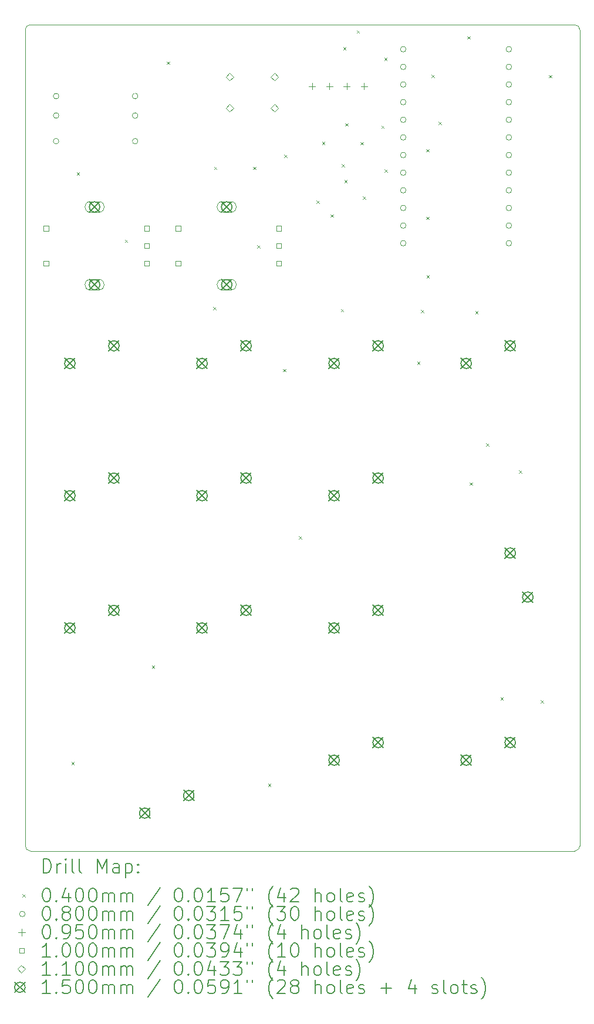
<source format=gbr>
%TF.GenerationSoftware,KiCad,Pcbnew,9.0.4*%
%TF.CreationDate,2025-08-26T19:34:44+02:00*%
%TF.ProjectId,shaghayeghs-keyboard,73686167-6861-4796-9567-68732d6b6579,rev?*%
%TF.SameCoordinates,Original*%
%TF.FileFunction,Drillmap*%
%TF.FilePolarity,Positive*%
%FSLAX45Y45*%
G04 Gerber Fmt 4.5, Leading zero omitted, Abs format (unit mm)*
G04 Created by KiCad (PCBNEW 9.0.4) date 2025-08-26 19:34:44*
%MOMM*%
%LPD*%
G01*
G04 APERTURE LIST*
%ADD10C,0.050000*%
%ADD11C,0.200000*%
%ADD12C,0.100000*%
%ADD13C,0.110000*%
%ADD14C,0.150000*%
G04 APERTURE END LIST*
D10*
X16025000Y-15700000D02*
X8173720Y-15701080D01*
X16100167Y-3875733D02*
X16100000Y-15625000D01*
X8173720Y-3798500D02*
X16025167Y-3800733D01*
X8098720Y-15626080D02*
X8098720Y-3873500D01*
X8173720Y-15701080D02*
G75*
G02*
X8098720Y-15626080I0J75000D01*
G01*
X8098720Y-3873500D02*
G75*
G02*
X8173720Y-3798500I75000J0D01*
G01*
X16025167Y-3800733D02*
G75*
G02*
X16100167Y-3875733I0J-75000D01*
G01*
X16100000Y-15625000D02*
G75*
G02*
X16025000Y-15700000I-75000J0D01*
G01*
D11*
D12*
X8763320Y-14417360D02*
X8803320Y-14457360D01*
X8803320Y-14417360D02*
X8763320Y-14457360D01*
X8839520Y-5926140D02*
X8879520Y-5966140D01*
X8879520Y-5926140D02*
X8839520Y-5966140D01*
X9535480Y-6893880D02*
X9575480Y-6933880D01*
X9575480Y-6893880D02*
X9535480Y-6933880D01*
X9924100Y-13027980D02*
X9964100Y-13067980D01*
X9964100Y-13027980D02*
X9924100Y-13067980D01*
X10142540Y-4328480D02*
X10182540Y-4368480D01*
X10182540Y-4328480D02*
X10142540Y-4368480D01*
X10808020Y-7864160D02*
X10848020Y-7904160D01*
X10848020Y-7864160D02*
X10808020Y-7904160D01*
X10820720Y-5844860D02*
X10860720Y-5884860D01*
X10860720Y-5844860D02*
X10820720Y-5884860D01*
X11382060Y-5844860D02*
X11422060Y-5884860D01*
X11422060Y-5844860D02*
X11382060Y-5884860D01*
X11443020Y-6975160D02*
X11483020Y-7015160D01*
X11483020Y-6975160D02*
X11443020Y-7015160D01*
X11600500Y-14732320D02*
X11640500Y-14772320D01*
X11640500Y-14732320D02*
X11600500Y-14772320D01*
X11816400Y-8758240D02*
X11856400Y-8798240D01*
X11856400Y-8758240D02*
X11816400Y-8798240D01*
X11831640Y-5672140D02*
X11871640Y-5712140D01*
X11871640Y-5672140D02*
X11831640Y-5712140D01*
X12045000Y-11163620D02*
X12085000Y-11203620D01*
X12085000Y-11163620D02*
X12045000Y-11203620D01*
X12301540Y-6330000D02*
X12341540Y-6370000D01*
X12341540Y-6330000D02*
X12301540Y-6370000D01*
X12380280Y-5486720D02*
X12420280Y-5526720D01*
X12420280Y-5486720D02*
X12380280Y-5526720D01*
X12502200Y-6530660D02*
X12542200Y-6570660D01*
X12542200Y-6530660D02*
X12502200Y-6570660D01*
X12649520Y-7894640D02*
X12689520Y-7934640D01*
X12689520Y-7894640D02*
X12649520Y-7934640D01*
X12664760Y-5806760D02*
X12704760Y-5846760D01*
X12704760Y-5806760D02*
X12664760Y-5846760D01*
X12685080Y-4120200D02*
X12725080Y-4160200D01*
X12725080Y-4120200D02*
X12685080Y-4160200D01*
X12700320Y-6037900D02*
X12740320Y-6077900D01*
X12740320Y-6037900D02*
X12700320Y-6077900D01*
X12717020Y-5217480D02*
X12757020Y-5257480D01*
X12757020Y-5217480D02*
X12717020Y-5257480D01*
X12880000Y-3880000D02*
X12920000Y-3920000D01*
X12920000Y-3880000D02*
X12880000Y-3920000D01*
X12934000Y-5489260D02*
X12974000Y-5529260D01*
X12974000Y-5489260D02*
X12934000Y-5529260D01*
X12969560Y-6271580D02*
X13009560Y-6311580D01*
X13009560Y-6271580D02*
X12969560Y-6311580D01*
X13233720Y-5253040D02*
X13273720Y-5293040D01*
X13273720Y-5253040D02*
X13233720Y-5293040D01*
X13276900Y-4275140D02*
X13316900Y-4315140D01*
X13316900Y-4275140D02*
X13276900Y-4315140D01*
X13279440Y-5885500D02*
X13319440Y-5925500D01*
X13319440Y-5885500D02*
X13279440Y-5925500D01*
X13751880Y-8651560D02*
X13791880Y-8691560D01*
X13791880Y-8651560D02*
X13751880Y-8691560D01*
X13805220Y-7907340D02*
X13845220Y-7947340D01*
X13845220Y-7907340D02*
X13805220Y-7947340D01*
X13883960Y-5590860D02*
X13923960Y-5630860D01*
X13923960Y-5590860D02*
X13883960Y-5630860D01*
X13883960Y-6563680D02*
X13923960Y-6603680D01*
X13923960Y-6563680D02*
X13883960Y-6603680D01*
X13886500Y-7406960D02*
X13926500Y-7446960D01*
X13926500Y-7406960D02*
X13886500Y-7446960D01*
X13960160Y-4521520D02*
X14000160Y-4561520D01*
X14000160Y-4521520D02*
X13960160Y-4561520D01*
X14059220Y-5197160D02*
X14099220Y-5237160D01*
X14099220Y-5197160D02*
X14059220Y-5237160D01*
X14473240Y-3965260D02*
X14513240Y-4005260D01*
X14513240Y-3965260D02*
X14473240Y-4005260D01*
X14506260Y-10391460D02*
X14546260Y-10431460D01*
X14546260Y-10391460D02*
X14506260Y-10431460D01*
X14590080Y-7922580D02*
X14630080Y-7962580D01*
X14630080Y-7922580D02*
X14590080Y-7962580D01*
X14747560Y-9827580D02*
X14787560Y-9867580D01*
X14787560Y-9827580D02*
X14747560Y-9867580D01*
X14953300Y-13485180D02*
X14993300Y-13525180D01*
X14993300Y-13485180D02*
X14953300Y-13525180D01*
X15222540Y-10218740D02*
X15262540Y-10258740D01*
X15262540Y-10218740D02*
X15222540Y-10258740D01*
X15534960Y-13530900D02*
X15574960Y-13570900D01*
X15574960Y-13530900D02*
X15534960Y-13570900D01*
X15649260Y-4524060D02*
X15689260Y-4564060D01*
X15689260Y-4524060D02*
X15649260Y-4564060D01*
X8583720Y-4827540D02*
G75*
G02*
X8503720Y-4827540I-40000J0D01*
G01*
X8503720Y-4827540D02*
G75*
G02*
X8583720Y-4827540I40000J0D01*
G01*
X8583720Y-5107540D02*
G75*
G02*
X8503720Y-5107540I-40000J0D01*
G01*
X8503720Y-5107540D02*
G75*
G02*
X8583720Y-5107540I40000J0D01*
G01*
X8583720Y-5477540D02*
G75*
G02*
X8503720Y-5477540I-40000J0D01*
G01*
X8503720Y-5477540D02*
G75*
G02*
X8583720Y-5477540I40000J0D01*
G01*
X9723720Y-4827540D02*
G75*
G02*
X9643720Y-4827540I-40000J0D01*
G01*
X9643720Y-4827540D02*
G75*
G02*
X9723720Y-4827540I40000J0D01*
G01*
X9723720Y-5107540D02*
G75*
G02*
X9643720Y-5107540I-40000J0D01*
G01*
X9643720Y-5107540D02*
G75*
G02*
X9723720Y-5107540I40000J0D01*
G01*
X9723720Y-5477540D02*
G75*
G02*
X9643720Y-5477540I-40000J0D01*
G01*
X9643720Y-5477540D02*
G75*
G02*
X9723720Y-5477540I40000J0D01*
G01*
X13590900Y-4152900D02*
G75*
G02*
X13510900Y-4152900I-40000J0D01*
G01*
X13510900Y-4152900D02*
G75*
G02*
X13590900Y-4152900I40000J0D01*
G01*
X13590900Y-4406900D02*
G75*
G02*
X13510900Y-4406900I-40000J0D01*
G01*
X13510900Y-4406900D02*
G75*
G02*
X13590900Y-4406900I40000J0D01*
G01*
X13590900Y-4660900D02*
G75*
G02*
X13510900Y-4660900I-40000J0D01*
G01*
X13510900Y-4660900D02*
G75*
G02*
X13590900Y-4660900I40000J0D01*
G01*
X13590900Y-4914900D02*
G75*
G02*
X13510900Y-4914900I-40000J0D01*
G01*
X13510900Y-4914900D02*
G75*
G02*
X13590900Y-4914900I40000J0D01*
G01*
X13590900Y-5168900D02*
G75*
G02*
X13510900Y-5168900I-40000J0D01*
G01*
X13510900Y-5168900D02*
G75*
G02*
X13590900Y-5168900I40000J0D01*
G01*
X13590900Y-5422900D02*
G75*
G02*
X13510900Y-5422900I-40000J0D01*
G01*
X13510900Y-5422900D02*
G75*
G02*
X13590900Y-5422900I40000J0D01*
G01*
X13590900Y-5676900D02*
G75*
G02*
X13510900Y-5676900I-40000J0D01*
G01*
X13510900Y-5676900D02*
G75*
G02*
X13590900Y-5676900I40000J0D01*
G01*
X13590900Y-5930900D02*
G75*
G02*
X13510900Y-5930900I-40000J0D01*
G01*
X13510900Y-5930900D02*
G75*
G02*
X13590900Y-5930900I40000J0D01*
G01*
X13590900Y-6184900D02*
G75*
G02*
X13510900Y-6184900I-40000J0D01*
G01*
X13510900Y-6184900D02*
G75*
G02*
X13590900Y-6184900I40000J0D01*
G01*
X13590900Y-6438900D02*
G75*
G02*
X13510900Y-6438900I-40000J0D01*
G01*
X13510900Y-6438900D02*
G75*
G02*
X13590900Y-6438900I40000J0D01*
G01*
X13590900Y-6692900D02*
G75*
G02*
X13510900Y-6692900I-40000J0D01*
G01*
X13510900Y-6692900D02*
G75*
G02*
X13590900Y-6692900I40000J0D01*
G01*
X13590900Y-6946900D02*
G75*
G02*
X13510900Y-6946900I-40000J0D01*
G01*
X13510900Y-6946900D02*
G75*
G02*
X13590900Y-6946900I40000J0D01*
G01*
X15114900Y-4152900D02*
G75*
G02*
X15034900Y-4152900I-40000J0D01*
G01*
X15034900Y-4152900D02*
G75*
G02*
X15114900Y-4152900I40000J0D01*
G01*
X15114900Y-4406900D02*
G75*
G02*
X15034900Y-4406900I-40000J0D01*
G01*
X15034900Y-4406900D02*
G75*
G02*
X15114900Y-4406900I40000J0D01*
G01*
X15114900Y-4660900D02*
G75*
G02*
X15034900Y-4660900I-40000J0D01*
G01*
X15034900Y-4660900D02*
G75*
G02*
X15114900Y-4660900I40000J0D01*
G01*
X15114900Y-4914900D02*
G75*
G02*
X15034900Y-4914900I-40000J0D01*
G01*
X15034900Y-4914900D02*
G75*
G02*
X15114900Y-4914900I40000J0D01*
G01*
X15114900Y-5168900D02*
G75*
G02*
X15034900Y-5168900I-40000J0D01*
G01*
X15034900Y-5168900D02*
G75*
G02*
X15114900Y-5168900I40000J0D01*
G01*
X15114900Y-5422900D02*
G75*
G02*
X15034900Y-5422900I-40000J0D01*
G01*
X15034900Y-5422900D02*
G75*
G02*
X15114900Y-5422900I40000J0D01*
G01*
X15114900Y-5676900D02*
G75*
G02*
X15034900Y-5676900I-40000J0D01*
G01*
X15034900Y-5676900D02*
G75*
G02*
X15114900Y-5676900I40000J0D01*
G01*
X15114900Y-5930900D02*
G75*
G02*
X15034900Y-5930900I-40000J0D01*
G01*
X15034900Y-5930900D02*
G75*
G02*
X15114900Y-5930900I40000J0D01*
G01*
X15114900Y-6184900D02*
G75*
G02*
X15034900Y-6184900I-40000J0D01*
G01*
X15034900Y-6184900D02*
G75*
G02*
X15114900Y-6184900I40000J0D01*
G01*
X15114900Y-6438900D02*
G75*
G02*
X15034900Y-6438900I-40000J0D01*
G01*
X15034900Y-6438900D02*
G75*
G02*
X15114900Y-6438900I40000J0D01*
G01*
X15114900Y-6692900D02*
G75*
G02*
X15034900Y-6692900I-40000J0D01*
G01*
X15034900Y-6692900D02*
G75*
G02*
X15114900Y-6692900I40000J0D01*
G01*
X15114900Y-6946900D02*
G75*
G02*
X15034900Y-6946900I-40000J0D01*
G01*
X15034900Y-6946900D02*
G75*
G02*
X15114900Y-6946900I40000J0D01*
G01*
X12237020Y-4638800D02*
X12237020Y-4733800D01*
X12189520Y-4686300D02*
X12284520Y-4686300D01*
X12487020Y-4638800D02*
X12487020Y-4733800D01*
X12439520Y-4686300D02*
X12534520Y-4686300D01*
X12737020Y-4638800D02*
X12737020Y-4733800D01*
X12689520Y-4686300D02*
X12784520Y-4686300D01*
X12987020Y-4638800D02*
X12987020Y-4733800D01*
X12939520Y-4686300D02*
X13034520Y-4686300D01*
X8434076Y-6769276D02*
X8434076Y-6698564D01*
X8363364Y-6698564D01*
X8363364Y-6769276D01*
X8434076Y-6769276D01*
X8434076Y-7269276D02*
X8434076Y-7198564D01*
X8363364Y-7198564D01*
X8363364Y-7269276D01*
X8434076Y-7269276D01*
X9884076Y-6769276D02*
X9884076Y-6698564D01*
X9813364Y-6698564D01*
X9813364Y-6769276D01*
X9884076Y-6769276D01*
X9884076Y-7019276D02*
X9884076Y-6948564D01*
X9813364Y-6948564D01*
X9813364Y-7019276D01*
X9884076Y-7019276D01*
X9884076Y-7269276D02*
X9884076Y-7198564D01*
X9813364Y-7198564D01*
X9813364Y-7269276D01*
X9884076Y-7269276D01*
X10340076Y-6769276D02*
X10340076Y-6698564D01*
X10269364Y-6698564D01*
X10269364Y-6769276D01*
X10340076Y-6769276D01*
X10340076Y-7269276D02*
X10340076Y-7198564D01*
X10269364Y-7198564D01*
X10269364Y-7269276D01*
X10340076Y-7269276D01*
X11790076Y-6769276D02*
X11790076Y-6698564D01*
X11719364Y-6698564D01*
X11719364Y-6769276D01*
X11790076Y-6769276D01*
X11790076Y-7019276D02*
X11790076Y-6948564D01*
X11719364Y-6948564D01*
X11719364Y-7019276D01*
X11790076Y-7019276D01*
X11790076Y-7269276D02*
X11790076Y-7198564D01*
X11719364Y-7198564D01*
X11719364Y-7269276D01*
X11790076Y-7269276D01*
D13*
X11046700Y-4603720D02*
X11101700Y-4548720D01*
X11046700Y-4493720D01*
X10991700Y-4548720D01*
X11046700Y-4603720D01*
X11046700Y-5053720D02*
X11101700Y-4998720D01*
X11046700Y-4943720D01*
X10991700Y-4998720D01*
X11046700Y-5053720D01*
X11696700Y-4603720D02*
X11751700Y-4548720D01*
X11696700Y-4493720D01*
X11641700Y-4548720D01*
X11696700Y-4603720D01*
X11696700Y-5053720D02*
X11751700Y-4998720D01*
X11696700Y-4943720D01*
X11641700Y-4998720D01*
X11696700Y-5053720D01*
D14*
X8667720Y-8602920D02*
X8817720Y-8752920D01*
X8817720Y-8602920D02*
X8667720Y-8752920D01*
X8817720Y-8677920D02*
G75*
G02*
X8667720Y-8677920I-75000J0D01*
G01*
X8667720Y-8677920D02*
G75*
G02*
X8817720Y-8677920I75000J0D01*
G01*
X8667720Y-10507920D02*
X8817720Y-10657920D01*
X8817720Y-10507920D02*
X8667720Y-10657920D01*
X8817720Y-10582920D02*
G75*
G02*
X8667720Y-10582920I-75000J0D01*
G01*
X8667720Y-10582920D02*
G75*
G02*
X8817720Y-10582920I75000J0D01*
G01*
X8667720Y-12412920D02*
X8817720Y-12562920D01*
X8817720Y-12412920D02*
X8667720Y-12562920D01*
X8817720Y-12487920D02*
G75*
G02*
X8667720Y-12487920I-75000J0D01*
G01*
X8667720Y-12487920D02*
G75*
G02*
X8817720Y-12487920I75000J0D01*
G01*
X9023720Y-6348920D02*
X9173720Y-6498920D01*
X9173720Y-6348920D02*
X9023720Y-6498920D01*
X9173720Y-6423920D02*
G75*
G02*
X9023720Y-6423920I-75000J0D01*
G01*
X9023720Y-6423920D02*
G75*
G02*
X9173720Y-6423920I75000J0D01*
G01*
D12*
X9163720Y-6348920D02*
X9033720Y-6348920D01*
X9033720Y-6498920D02*
G75*
G02*
X9033720Y-6348920I0J75000D01*
G01*
X9033720Y-6498920D02*
X9163720Y-6498920D01*
X9163720Y-6498920D02*
G75*
G03*
X9163720Y-6348920I0J75000D01*
G01*
D14*
X9023720Y-7468920D02*
X9173720Y-7618920D01*
X9173720Y-7468920D02*
X9023720Y-7618920D01*
X9173720Y-7543920D02*
G75*
G02*
X9023720Y-7543920I-75000J0D01*
G01*
X9023720Y-7543920D02*
G75*
G02*
X9173720Y-7543920I75000J0D01*
G01*
D12*
X9163720Y-7468920D02*
X9033720Y-7468920D01*
X9033720Y-7618920D02*
G75*
G02*
X9033720Y-7468920I0J75000D01*
G01*
X9033720Y-7618920D02*
X9163720Y-7618920D01*
X9163720Y-7618920D02*
G75*
G03*
X9163720Y-7468920I0J75000D01*
G01*
D14*
X9302720Y-8348920D02*
X9452720Y-8498920D01*
X9452720Y-8348920D02*
X9302720Y-8498920D01*
X9452720Y-8423920D02*
G75*
G02*
X9302720Y-8423920I-75000J0D01*
G01*
X9302720Y-8423920D02*
G75*
G02*
X9452720Y-8423920I75000J0D01*
G01*
X9302720Y-10253920D02*
X9452720Y-10403920D01*
X9452720Y-10253920D02*
X9302720Y-10403920D01*
X9452720Y-10328920D02*
G75*
G02*
X9302720Y-10328920I-75000J0D01*
G01*
X9302720Y-10328920D02*
G75*
G02*
X9452720Y-10328920I75000J0D01*
G01*
X9302720Y-12158920D02*
X9452720Y-12308920D01*
X9452720Y-12158920D02*
X9302720Y-12308920D01*
X9452720Y-12233920D02*
G75*
G02*
X9302720Y-12233920I-75000J0D01*
G01*
X9302720Y-12233920D02*
G75*
G02*
X9452720Y-12233920I75000J0D01*
G01*
X9748220Y-15079920D02*
X9898220Y-15229920D01*
X9898220Y-15079920D02*
X9748220Y-15229920D01*
X9898220Y-15154920D02*
G75*
G02*
X9748220Y-15154920I-75000J0D01*
G01*
X9748220Y-15154920D02*
G75*
G02*
X9898220Y-15154920I75000J0D01*
G01*
X10383220Y-14825920D02*
X10533220Y-14975920D01*
X10533220Y-14825920D02*
X10383220Y-14975920D01*
X10533220Y-14900920D02*
G75*
G02*
X10383220Y-14900920I-75000J0D01*
G01*
X10383220Y-14900920D02*
G75*
G02*
X10533220Y-14900920I75000J0D01*
G01*
X10573720Y-8602920D02*
X10723720Y-8752920D01*
X10723720Y-8602920D02*
X10573720Y-8752920D01*
X10723720Y-8677920D02*
G75*
G02*
X10573720Y-8677920I-75000J0D01*
G01*
X10573720Y-8677920D02*
G75*
G02*
X10723720Y-8677920I75000J0D01*
G01*
X10573720Y-10507920D02*
X10723720Y-10657920D01*
X10723720Y-10507920D02*
X10573720Y-10657920D01*
X10723720Y-10582920D02*
G75*
G02*
X10573720Y-10582920I-75000J0D01*
G01*
X10573720Y-10582920D02*
G75*
G02*
X10723720Y-10582920I75000J0D01*
G01*
X10573720Y-12412920D02*
X10723720Y-12562920D01*
X10723720Y-12412920D02*
X10573720Y-12562920D01*
X10723720Y-12487920D02*
G75*
G02*
X10573720Y-12487920I-75000J0D01*
G01*
X10573720Y-12487920D02*
G75*
G02*
X10723720Y-12487920I75000J0D01*
G01*
X10929720Y-6348920D02*
X11079720Y-6498920D01*
X11079720Y-6348920D02*
X10929720Y-6498920D01*
X11079720Y-6423920D02*
G75*
G02*
X10929720Y-6423920I-75000J0D01*
G01*
X10929720Y-6423920D02*
G75*
G02*
X11079720Y-6423920I75000J0D01*
G01*
D12*
X11069720Y-6348920D02*
X10939720Y-6348920D01*
X10939720Y-6498920D02*
G75*
G02*
X10939720Y-6348920I0J75000D01*
G01*
X10939720Y-6498920D02*
X11069720Y-6498920D01*
X11069720Y-6498920D02*
G75*
G03*
X11069720Y-6348920I0J75000D01*
G01*
D14*
X10929720Y-7468920D02*
X11079720Y-7618920D01*
X11079720Y-7468920D02*
X10929720Y-7618920D01*
X11079720Y-7543920D02*
G75*
G02*
X10929720Y-7543920I-75000J0D01*
G01*
X10929720Y-7543920D02*
G75*
G02*
X11079720Y-7543920I75000J0D01*
G01*
D12*
X11069720Y-7468920D02*
X10939720Y-7468920D01*
X10939720Y-7618920D02*
G75*
G02*
X10939720Y-7468920I0J75000D01*
G01*
X10939720Y-7618920D02*
X11069720Y-7618920D01*
X11069720Y-7618920D02*
G75*
G03*
X11069720Y-7468920I0J75000D01*
G01*
D14*
X11208720Y-8348920D02*
X11358720Y-8498920D01*
X11358720Y-8348920D02*
X11208720Y-8498920D01*
X11358720Y-8423920D02*
G75*
G02*
X11208720Y-8423920I-75000J0D01*
G01*
X11208720Y-8423920D02*
G75*
G02*
X11358720Y-8423920I75000J0D01*
G01*
X11208720Y-10253920D02*
X11358720Y-10403920D01*
X11358720Y-10253920D02*
X11208720Y-10403920D01*
X11358720Y-10328920D02*
G75*
G02*
X11208720Y-10328920I-75000J0D01*
G01*
X11208720Y-10328920D02*
G75*
G02*
X11358720Y-10328920I75000J0D01*
G01*
X11208720Y-12158920D02*
X11358720Y-12308920D01*
X11358720Y-12158920D02*
X11208720Y-12308920D01*
X11358720Y-12233920D02*
G75*
G02*
X11208720Y-12233920I-75000J0D01*
G01*
X11208720Y-12233920D02*
G75*
G02*
X11358720Y-12233920I75000J0D01*
G01*
X12478720Y-8602920D02*
X12628720Y-8752920D01*
X12628720Y-8602920D02*
X12478720Y-8752920D01*
X12628720Y-8677920D02*
G75*
G02*
X12478720Y-8677920I-75000J0D01*
G01*
X12478720Y-8677920D02*
G75*
G02*
X12628720Y-8677920I75000J0D01*
G01*
X12478720Y-10507920D02*
X12628720Y-10657920D01*
X12628720Y-10507920D02*
X12478720Y-10657920D01*
X12628720Y-10582920D02*
G75*
G02*
X12478720Y-10582920I-75000J0D01*
G01*
X12478720Y-10582920D02*
G75*
G02*
X12628720Y-10582920I75000J0D01*
G01*
X12478720Y-12412920D02*
X12628720Y-12562920D01*
X12628720Y-12412920D02*
X12478720Y-12562920D01*
X12628720Y-12487920D02*
G75*
G02*
X12478720Y-12487920I-75000J0D01*
G01*
X12478720Y-12487920D02*
G75*
G02*
X12628720Y-12487920I75000J0D01*
G01*
X12478720Y-14317920D02*
X12628720Y-14467920D01*
X12628720Y-14317920D02*
X12478720Y-14467920D01*
X12628720Y-14392920D02*
G75*
G02*
X12478720Y-14392920I-75000J0D01*
G01*
X12478720Y-14392920D02*
G75*
G02*
X12628720Y-14392920I75000J0D01*
G01*
X13113720Y-8348920D02*
X13263720Y-8498920D01*
X13263720Y-8348920D02*
X13113720Y-8498920D01*
X13263720Y-8423920D02*
G75*
G02*
X13113720Y-8423920I-75000J0D01*
G01*
X13113720Y-8423920D02*
G75*
G02*
X13263720Y-8423920I75000J0D01*
G01*
X13113720Y-10253920D02*
X13263720Y-10403920D01*
X13263720Y-10253920D02*
X13113720Y-10403920D01*
X13263720Y-10328920D02*
G75*
G02*
X13113720Y-10328920I-75000J0D01*
G01*
X13113720Y-10328920D02*
G75*
G02*
X13263720Y-10328920I75000J0D01*
G01*
X13113720Y-12158920D02*
X13263720Y-12308920D01*
X13263720Y-12158920D02*
X13113720Y-12308920D01*
X13263720Y-12233920D02*
G75*
G02*
X13113720Y-12233920I-75000J0D01*
G01*
X13113720Y-12233920D02*
G75*
G02*
X13263720Y-12233920I75000J0D01*
G01*
X13113720Y-14063920D02*
X13263720Y-14213920D01*
X13263720Y-14063920D02*
X13113720Y-14213920D01*
X13263720Y-14138920D02*
G75*
G02*
X13113720Y-14138920I-75000J0D01*
G01*
X13113720Y-14138920D02*
G75*
G02*
X13263720Y-14138920I75000J0D01*
G01*
X14383720Y-8602920D02*
X14533720Y-8752920D01*
X14533720Y-8602920D02*
X14383720Y-8752920D01*
X14533720Y-8677920D02*
G75*
G02*
X14383720Y-8677920I-75000J0D01*
G01*
X14383720Y-8677920D02*
G75*
G02*
X14533720Y-8677920I75000J0D01*
G01*
X14383720Y-14317920D02*
X14533720Y-14467920D01*
X14533720Y-14317920D02*
X14383720Y-14467920D01*
X14533720Y-14392920D02*
G75*
G02*
X14383720Y-14392920I-75000J0D01*
G01*
X14383720Y-14392920D02*
G75*
G02*
X14533720Y-14392920I75000J0D01*
G01*
X15018720Y-8348920D02*
X15168720Y-8498920D01*
X15168720Y-8348920D02*
X15018720Y-8498920D01*
X15168720Y-8423920D02*
G75*
G02*
X15018720Y-8423920I-75000J0D01*
G01*
X15018720Y-8423920D02*
G75*
G02*
X15168720Y-8423920I75000J0D01*
G01*
X15018720Y-11333420D02*
X15168720Y-11483420D01*
X15168720Y-11333420D02*
X15018720Y-11483420D01*
X15168720Y-11408420D02*
G75*
G02*
X15018720Y-11408420I-75000J0D01*
G01*
X15018720Y-11408420D02*
G75*
G02*
X15168720Y-11408420I75000J0D01*
G01*
X15018720Y-14063920D02*
X15168720Y-14213920D01*
X15168720Y-14063920D02*
X15018720Y-14213920D01*
X15168720Y-14138920D02*
G75*
G02*
X15018720Y-14138920I-75000J0D01*
G01*
X15018720Y-14138920D02*
G75*
G02*
X15168720Y-14138920I75000J0D01*
G01*
X15272720Y-11968420D02*
X15422720Y-12118420D01*
X15422720Y-11968420D02*
X15272720Y-12118420D01*
X15422720Y-12043420D02*
G75*
G02*
X15272720Y-12043420I-75000J0D01*
G01*
X15272720Y-12043420D02*
G75*
G02*
X15422720Y-12043420I75000J0D01*
G01*
D11*
X8356997Y-16015064D02*
X8356997Y-15815064D01*
X8356997Y-15815064D02*
X8404616Y-15815064D01*
X8404616Y-15815064D02*
X8433187Y-15824588D01*
X8433187Y-15824588D02*
X8452235Y-15843635D01*
X8452235Y-15843635D02*
X8461759Y-15862683D01*
X8461759Y-15862683D02*
X8471283Y-15900778D01*
X8471283Y-15900778D02*
X8471283Y-15929349D01*
X8471283Y-15929349D02*
X8461759Y-15967445D01*
X8461759Y-15967445D02*
X8452235Y-15986492D01*
X8452235Y-15986492D02*
X8433187Y-16005540D01*
X8433187Y-16005540D02*
X8404616Y-16015064D01*
X8404616Y-16015064D02*
X8356997Y-16015064D01*
X8556997Y-16015064D02*
X8556997Y-15881730D01*
X8556997Y-15919826D02*
X8566521Y-15900778D01*
X8566521Y-15900778D02*
X8576044Y-15891254D01*
X8576044Y-15891254D02*
X8595092Y-15881730D01*
X8595092Y-15881730D02*
X8614140Y-15881730D01*
X8680806Y-16015064D02*
X8680806Y-15881730D01*
X8680806Y-15815064D02*
X8671283Y-15824588D01*
X8671283Y-15824588D02*
X8680806Y-15834111D01*
X8680806Y-15834111D02*
X8690330Y-15824588D01*
X8690330Y-15824588D02*
X8680806Y-15815064D01*
X8680806Y-15815064D02*
X8680806Y-15834111D01*
X8804616Y-16015064D02*
X8785568Y-16005540D01*
X8785568Y-16005540D02*
X8776044Y-15986492D01*
X8776044Y-15986492D02*
X8776044Y-15815064D01*
X8909378Y-16015064D02*
X8890330Y-16005540D01*
X8890330Y-16005540D02*
X8880806Y-15986492D01*
X8880806Y-15986492D02*
X8880806Y-15815064D01*
X9137949Y-16015064D02*
X9137949Y-15815064D01*
X9137949Y-15815064D02*
X9204616Y-15957921D01*
X9204616Y-15957921D02*
X9271283Y-15815064D01*
X9271283Y-15815064D02*
X9271283Y-16015064D01*
X9452235Y-16015064D02*
X9452235Y-15910302D01*
X9452235Y-15910302D02*
X9442711Y-15891254D01*
X9442711Y-15891254D02*
X9423664Y-15881730D01*
X9423664Y-15881730D02*
X9385568Y-15881730D01*
X9385568Y-15881730D02*
X9366521Y-15891254D01*
X9452235Y-16005540D02*
X9433187Y-16015064D01*
X9433187Y-16015064D02*
X9385568Y-16015064D01*
X9385568Y-16015064D02*
X9366521Y-16005540D01*
X9366521Y-16005540D02*
X9356997Y-15986492D01*
X9356997Y-15986492D02*
X9356997Y-15967445D01*
X9356997Y-15967445D02*
X9366521Y-15948397D01*
X9366521Y-15948397D02*
X9385568Y-15938873D01*
X9385568Y-15938873D02*
X9433187Y-15938873D01*
X9433187Y-15938873D02*
X9452235Y-15929349D01*
X9547473Y-15881730D02*
X9547473Y-16081730D01*
X9547473Y-15891254D02*
X9566521Y-15881730D01*
X9566521Y-15881730D02*
X9604616Y-15881730D01*
X9604616Y-15881730D02*
X9623664Y-15891254D01*
X9623664Y-15891254D02*
X9633187Y-15900778D01*
X9633187Y-15900778D02*
X9642711Y-15919826D01*
X9642711Y-15919826D02*
X9642711Y-15976968D01*
X9642711Y-15976968D02*
X9633187Y-15996016D01*
X9633187Y-15996016D02*
X9623664Y-16005540D01*
X9623664Y-16005540D02*
X9604616Y-16015064D01*
X9604616Y-16015064D02*
X9566521Y-16015064D01*
X9566521Y-16015064D02*
X9547473Y-16005540D01*
X9728425Y-15996016D02*
X9737949Y-16005540D01*
X9737949Y-16005540D02*
X9728425Y-16015064D01*
X9728425Y-16015064D02*
X9718902Y-16005540D01*
X9718902Y-16005540D02*
X9728425Y-15996016D01*
X9728425Y-15996016D02*
X9728425Y-16015064D01*
X9728425Y-15891254D02*
X9737949Y-15900778D01*
X9737949Y-15900778D02*
X9728425Y-15910302D01*
X9728425Y-15910302D02*
X9718902Y-15900778D01*
X9718902Y-15900778D02*
X9728425Y-15891254D01*
X9728425Y-15891254D02*
X9728425Y-15910302D01*
D12*
X8056220Y-16323580D02*
X8096220Y-16363580D01*
X8096220Y-16323580D02*
X8056220Y-16363580D01*
D11*
X8395092Y-16235064D02*
X8414140Y-16235064D01*
X8414140Y-16235064D02*
X8433187Y-16244588D01*
X8433187Y-16244588D02*
X8442711Y-16254111D01*
X8442711Y-16254111D02*
X8452235Y-16273159D01*
X8452235Y-16273159D02*
X8461759Y-16311254D01*
X8461759Y-16311254D02*
X8461759Y-16358873D01*
X8461759Y-16358873D02*
X8452235Y-16396968D01*
X8452235Y-16396968D02*
X8442711Y-16416016D01*
X8442711Y-16416016D02*
X8433187Y-16425540D01*
X8433187Y-16425540D02*
X8414140Y-16435064D01*
X8414140Y-16435064D02*
X8395092Y-16435064D01*
X8395092Y-16435064D02*
X8376044Y-16425540D01*
X8376044Y-16425540D02*
X8366521Y-16416016D01*
X8366521Y-16416016D02*
X8356997Y-16396968D01*
X8356997Y-16396968D02*
X8347473Y-16358873D01*
X8347473Y-16358873D02*
X8347473Y-16311254D01*
X8347473Y-16311254D02*
X8356997Y-16273159D01*
X8356997Y-16273159D02*
X8366521Y-16254111D01*
X8366521Y-16254111D02*
X8376044Y-16244588D01*
X8376044Y-16244588D02*
X8395092Y-16235064D01*
X8547473Y-16416016D02*
X8556997Y-16425540D01*
X8556997Y-16425540D02*
X8547473Y-16435064D01*
X8547473Y-16435064D02*
X8537949Y-16425540D01*
X8537949Y-16425540D02*
X8547473Y-16416016D01*
X8547473Y-16416016D02*
X8547473Y-16435064D01*
X8728425Y-16301730D02*
X8728425Y-16435064D01*
X8680806Y-16225540D02*
X8633187Y-16368397D01*
X8633187Y-16368397D02*
X8756997Y-16368397D01*
X8871283Y-16235064D02*
X8890330Y-16235064D01*
X8890330Y-16235064D02*
X8909378Y-16244588D01*
X8909378Y-16244588D02*
X8918902Y-16254111D01*
X8918902Y-16254111D02*
X8928425Y-16273159D01*
X8928425Y-16273159D02*
X8937949Y-16311254D01*
X8937949Y-16311254D02*
X8937949Y-16358873D01*
X8937949Y-16358873D02*
X8928425Y-16396968D01*
X8928425Y-16396968D02*
X8918902Y-16416016D01*
X8918902Y-16416016D02*
X8909378Y-16425540D01*
X8909378Y-16425540D02*
X8890330Y-16435064D01*
X8890330Y-16435064D02*
X8871283Y-16435064D01*
X8871283Y-16435064D02*
X8852235Y-16425540D01*
X8852235Y-16425540D02*
X8842711Y-16416016D01*
X8842711Y-16416016D02*
X8833187Y-16396968D01*
X8833187Y-16396968D02*
X8823664Y-16358873D01*
X8823664Y-16358873D02*
X8823664Y-16311254D01*
X8823664Y-16311254D02*
X8833187Y-16273159D01*
X8833187Y-16273159D02*
X8842711Y-16254111D01*
X8842711Y-16254111D02*
X8852235Y-16244588D01*
X8852235Y-16244588D02*
X8871283Y-16235064D01*
X9061759Y-16235064D02*
X9080806Y-16235064D01*
X9080806Y-16235064D02*
X9099854Y-16244588D01*
X9099854Y-16244588D02*
X9109378Y-16254111D01*
X9109378Y-16254111D02*
X9118902Y-16273159D01*
X9118902Y-16273159D02*
X9128425Y-16311254D01*
X9128425Y-16311254D02*
X9128425Y-16358873D01*
X9128425Y-16358873D02*
X9118902Y-16396968D01*
X9118902Y-16396968D02*
X9109378Y-16416016D01*
X9109378Y-16416016D02*
X9099854Y-16425540D01*
X9099854Y-16425540D02*
X9080806Y-16435064D01*
X9080806Y-16435064D02*
X9061759Y-16435064D01*
X9061759Y-16435064D02*
X9042711Y-16425540D01*
X9042711Y-16425540D02*
X9033187Y-16416016D01*
X9033187Y-16416016D02*
X9023664Y-16396968D01*
X9023664Y-16396968D02*
X9014140Y-16358873D01*
X9014140Y-16358873D02*
X9014140Y-16311254D01*
X9014140Y-16311254D02*
X9023664Y-16273159D01*
X9023664Y-16273159D02*
X9033187Y-16254111D01*
X9033187Y-16254111D02*
X9042711Y-16244588D01*
X9042711Y-16244588D02*
X9061759Y-16235064D01*
X9214140Y-16435064D02*
X9214140Y-16301730D01*
X9214140Y-16320778D02*
X9223664Y-16311254D01*
X9223664Y-16311254D02*
X9242711Y-16301730D01*
X9242711Y-16301730D02*
X9271283Y-16301730D01*
X9271283Y-16301730D02*
X9290330Y-16311254D01*
X9290330Y-16311254D02*
X9299854Y-16330302D01*
X9299854Y-16330302D02*
X9299854Y-16435064D01*
X9299854Y-16330302D02*
X9309378Y-16311254D01*
X9309378Y-16311254D02*
X9328425Y-16301730D01*
X9328425Y-16301730D02*
X9356997Y-16301730D01*
X9356997Y-16301730D02*
X9376045Y-16311254D01*
X9376045Y-16311254D02*
X9385568Y-16330302D01*
X9385568Y-16330302D02*
X9385568Y-16435064D01*
X9480806Y-16435064D02*
X9480806Y-16301730D01*
X9480806Y-16320778D02*
X9490330Y-16311254D01*
X9490330Y-16311254D02*
X9509378Y-16301730D01*
X9509378Y-16301730D02*
X9537949Y-16301730D01*
X9537949Y-16301730D02*
X9556997Y-16311254D01*
X9556997Y-16311254D02*
X9566521Y-16330302D01*
X9566521Y-16330302D02*
X9566521Y-16435064D01*
X9566521Y-16330302D02*
X9576045Y-16311254D01*
X9576045Y-16311254D02*
X9595092Y-16301730D01*
X9595092Y-16301730D02*
X9623664Y-16301730D01*
X9623664Y-16301730D02*
X9642711Y-16311254D01*
X9642711Y-16311254D02*
X9652235Y-16330302D01*
X9652235Y-16330302D02*
X9652235Y-16435064D01*
X10042711Y-16225540D02*
X9871283Y-16482683D01*
X10299854Y-16235064D02*
X10318902Y-16235064D01*
X10318902Y-16235064D02*
X10337949Y-16244588D01*
X10337949Y-16244588D02*
X10347473Y-16254111D01*
X10347473Y-16254111D02*
X10356997Y-16273159D01*
X10356997Y-16273159D02*
X10366521Y-16311254D01*
X10366521Y-16311254D02*
X10366521Y-16358873D01*
X10366521Y-16358873D02*
X10356997Y-16396968D01*
X10356997Y-16396968D02*
X10347473Y-16416016D01*
X10347473Y-16416016D02*
X10337949Y-16425540D01*
X10337949Y-16425540D02*
X10318902Y-16435064D01*
X10318902Y-16435064D02*
X10299854Y-16435064D01*
X10299854Y-16435064D02*
X10280807Y-16425540D01*
X10280807Y-16425540D02*
X10271283Y-16416016D01*
X10271283Y-16416016D02*
X10261759Y-16396968D01*
X10261759Y-16396968D02*
X10252235Y-16358873D01*
X10252235Y-16358873D02*
X10252235Y-16311254D01*
X10252235Y-16311254D02*
X10261759Y-16273159D01*
X10261759Y-16273159D02*
X10271283Y-16254111D01*
X10271283Y-16254111D02*
X10280807Y-16244588D01*
X10280807Y-16244588D02*
X10299854Y-16235064D01*
X10452235Y-16416016D02*
X10461759Y-16425540D01*
X10461759Y-16425540D02*
X10452235Y-16435064D01*
X10452235Y-16435064D02*
X10442711Y-16425540D01*
X10442711Y-16425540D02*
X10452235Y-16416016D01*
X10452235Y-16416016D02*
X10452235Y-16435064D01*
X10585568Y-16235064D02*
X10604616Y-16235064D01*
X10604616Y-16235064D02*
X10623664Y-16244588D01*
X10623664Y-16244588D02*
X10633188Y-16254111D01*
X10633188Y-16254111D02*
X10642711Y-16273159D01*
X10642711Y-16273159D02*
X10652235Y-16311254D01*
X10652235Y-16311254D02*
X10652235Y-16358873D01*
X10652235Y-16358873D02*
X10642711Y-16396968D01*
X10642711Y-16396968D02*
X10633188Y-16416016D01*
X10633188Y-16416016D02*
X10623664Y-16425540D01*
X10623664Y-16425540D02*
X10604616Y-16435064D01*
X10604616Y-16435064D02*
X10585568Y-16435064D01*
X10585568Y-16435064D02*
X10566521Y-16425540D01*
X10566521Y-16425540D02*
X10556997Y-16416016D01*
X10556997Y-16416016D02*
X10547473Y-16396968D01*
X10547473Y-16396968D02*
X10537949Y-16358873D01*
X10537949Y-16358873D02*
X10537949Y-16311254D01*
X10537949Y-16311254D02*
X10547473Y-16273159D01*
X10547473Y-16273159D02*
X10556997Y-16254111D01*
X10556997Y-16254111D02*
X10566521Y-16244588D01*
X10566521Y-16244588D02*
X10585568Y-16235064D01*
X10842711Y-16435064D02*
X10728426Y-16435064D01*
X10785568Y-16435064D02*
X10785568Y-16235064D01*
X10785568Y-16235064D02*
X10766521Y-16263635D01*
X10766521Y-16263635D02*
X10747473Y-16282683D01*
X10747473Y-16282683D02*
X10728426Y-16292207D01*
X11023664Y-16235064D02*
X10928426Y-16235064D01*
X10928426Y-16235064D02*
X10918902Y-16330302D01*
X10918902Y-16330302D02*
X10928426Y-16320778D01*
X10928426Y-16320778D02*
X10947473Y-16311254D01*
X10947473Y-16311254D02*
X10995092Y-16311254D01*
X10995092Y-16311254D02*
X11014140Y-16320778D01*
X11014140Y-16320778D02*
X11023664Y-16330302D01*
X11023664Y-16330302D02*
X11033188Y-16349349D01*
X11033188Y-16349349D02*
X11033188Y-16396968D01*
X11033188Y-16396968D02*
X11023664Y-16416016D01*
X11023664Y-16416016D02*
X11014140Y-16425540D01*
X11014140Y-16425540D02*
X10995092Y-16435064D01*
X10995092Y-16435064D02*
X10947473Y-16435064D01*
X10947473Y-16435064D02*
X10928426Y-16425540D01*
X10928426Y-16425540D02*
X10918902Y-16416016D01*
X11099854Y-16235064D02*
X11233187Y-16235064D01*
X11233187Y-16235064D02*
X11147473Y-16435064D01*
X11299854Y-16235064D02*
X11299854Y-16273159D01*
X11376045Y-16235064D02*
X11376045Y-16273159D01*
X11671283Y-16511254D02*
X11661759Y-16501730D01*
X11661759Y-16501730D02*
X11642711Y-16473159D01*
X11642711Y-16473159D02*
X11633188Y-16454111D01*
X11633188Y-16454111D02*
X11623664Y-16425540D01*
X11623664Y-16425540D02*
X11614140Y-16377921D01*
X11614140Y-16377921D02*
X11614140Y-16339826D01*
X11614140Y-16339826D02*
X11623664Y-16292207D01*
X11623664Y-16292207D02*
X11633188Y-16263635D01*
X11633188Y-16263635D02*
X11642711Y-16244588D01*
X11642711Y-16244588D02*
X11661759Y-16216016D01*
X11661759Y-16216016D02*
X11671283Y-16206492D01*
X11833188Y-16301730D02*
X11833188Y-16435064D01*
X11785568Y-16225540D02*
X11737949Y-16368397D01*
X11737949Y-16368397D02*
X11861759Y-16368397D01*
X11928426Y-16254111D02*
X11937949Y-16244588D01*
X11937949Y-16244588D02*
X11956997Y-16235064D01*
X11956997Y-16235064D02*
X12004616Y-16235064D01*
X12004616Y-16235064D02*
X12023664Y-16244588D01*
X12023664Y-16244588D02*
X12033188Y-16254111D01*
X12033188Y-16254111D02*
X12042711Y-16273159D01*
X12042711Y-16273159D02*
X12042711Y-16292207D01*
X12042711Y-16292207D02*
X12033188Y-16320778D01*
X12033188Y-16320778D02*
X11918902Y-16435064D01*
X11918902Y-16435064D02*
X12042711Y-16435064D01*
X12280807Y-16435064D02*
X12280807Y-16235064D01*
X12366521Y-16435064D02*
X12366521Y-16330302D01*
X12366521Y-16330302D02*
X12356997Y-16311254D01*
X12356997Y-16311254D02*
X12337950Y-16301730D01*
X12337950Y-16301730D02*
X12309378Y-16301730D01*
X12309378Y-16301730D02*
X12290330Y-16311254D01*
X12290330Y-16311254D02*
X12280807Y-16320778D01*
X12490330Y-16435064D02*
X12471283Y-16425540D01*
X12471283Y-16425540D02*
X12461759Y-16416016D01*
X12461759Y-16416016D02*
X12452235Y-16396968D01*
X12452235Y-16396968D02*
X12452235Y-16339826D01*
X12452235Y-16339826D02*
X12461759Y-16320778D01*
X12461759Y-16320778D02*
X12471283Y-16311254D01*
X12471283Y-16311254D02*
X12490330Y-16301730D01*
X12490330Y-16301730D02*
X12518902Y-16301730D01*
X12518902Y-16301730D02*
X12537950Y-16311254D01*
X12537950Y-16311254D02*
X12547473Y-16320778D01*
X12547473Y-16320778D02*
X12556997Y-16339826D01*
X12556997Y-16339826D02*
X12556997Y-16396968D01*
X12556997Y-16396968D02*
X12547473Y-16416016D01*
X12547473Y-16416016D02*
X12537950Y-16425540D01*
X12537950Y-16425540D02*
X12518902Y-16435064D01*
X12518902Y-16435064D02*
X12490330Y-16435064D01*
X12671283Y-16435064D02*
X12652235Y-16425540D01*
X12652235Y-16425540D02*
X12642711Y-16406492D01*
X12642711Y-16406492D02*
X12642711Y-16235064D01*
X12823664Y-16425540D02*
X12804616Y-16435064D01*
X12804616Y-16435064D02*
X12766521Y-16435064D01*
X12766521Y-16435064D02*
X12747473Y-16425540D01*
X12747473Y-16425540D02*
X12737950Y-16406492D01*
X12737950Y-16406492D02*
X12737950Y-16330302D01*
X12737950Y-16330302D02*
X12747473Y-16311254D01*
X12747473Y-16311254D02*
X12766521Y-16301730D01*
X12766521Y-16301730D02*
X12804616Y-16301730D01*
X12804616Y-16301730D02*
X12823664Y-16311254D01*
X12823664Y-16311254D02*
X12833188Y-16330302D01*
X12833188Y-16330302D02*
X12833188Y-16349349D01*
X12833188Y-16349349D02*
X12737950Y-16368397D01*
X12909378Y-16425540D02*
X12928426Y-16435064D01*
X12928426Y-16435064D02*
X12966521Y-16435064D01*
X12966521Y-16435064D02*
X12985569Y-16425540D01*
X12985569Y-16425540D02*
X12995092Y-16406492D01*
X12995092Y-16406492D02*
X12995092Y-16396968D01*
X12995092Y-16396968D02*
X12985569Y-16377921D01*
X12985569Y-16377921D02*
X12966521Y-16368397D01*
X12966521Y-16368397D02*
X12937950Y-16368397D01*
X12937950Y-16368397D02*
X12918902Y-16358873D01*
X12918902Y-16358873D02*
X12909378Y-16339826D01*
X12909378Y-16339826D02*
X12909378Y-16330302D01*
X12909378Y-16330302D02*
X12918902Y-16311254D01*
X12918902Y-16311254D02*
X12937950Y-16301730D01*
X12937950Y-16301730D02*
X12966521Y-16301730D01*
X12966521Y-16301730D02*
X12985569Y-16311254D01*
X13061759Y-16511254D02*
X13071283Y-16501730D01*
X13071283Y-16501730D02*
X13090331Y-16473159D01*
X13090331Y-16473159D02*
X13099854Y-16454111D01*
X13099854Y-16454111D02*
X13109378Y-16425540D01*
X13109378Y-16425540D02*
X13118902Y-16377921D01*
X13118902Y-16377921D02*
X13118902Y-16339826D01*
X13118902Y-16339826D02*
X13109378Y-16292207D01*
X13109378Y-16292207D02*
X13099854Y-16263635D01*
X13099854Y-16263635D02*
X13090331Y-16244588D01*
X13090331Y-16244588D02*
X13071283Y-16216016D01*
X13071283Y-16216016D02*
X13061759Y-16206492D01*
D12*
X8096220Y-16607580D02*
G75*
G02*
X8016220Y-16607580I-40000J0D01*
G01*
X8016220Y-16607580D02*
G75*
G02*
X8096220Y-16607580I40000J0D01*
G01*
D11*
X8395092Y-16499064D02*
X8414140Y-16499064D01*
X8414140Y-16499064D02*
X8433187Y-16508588D01*
X8433187Y-16508588D02*
X8442711Y-16518111D01*
X8442711Y-16518111D02*
X8452235Y-16537159D01*
X8452235Y-16537159D02*
X8461759Y-16575254D01*
X8461759Y-16575254D02*
X8461759Y-16622873D01*
X8461759Y-16622873D02*
X8452235Y-16660968D01*
X8452235Y-16660968D02*
X8442711Y-16680016D01*
X8442711Y-16680016D02*
X8433187Y-16689540D01*
X8433187Y-16689540D02*
X8414140Y-16699064D01*
X8414140Y-16699064D02*
X8395092Y-16699064D01*
X8395092Y-16699064D02*
X8376044Y-16689540D01*
X8376044Y-16689540D02*
X8366521Y-16680016D01*
X8366521Y-16680016D02*
X8356997Y-16660968D01*
X8356997Y-16660968D02*
X8347473Y-16622873D01*
X8347473Y-16622873D02*
X8347473Y-16575254D01*
X8347473Y-16575254D02*
X8356997Y-16537159D01*
X8356997Y-16537159D02*
X8366521Y-16518111D01*
X8366521Y-16518111D02*
X8376044Y-16508588D01*
X8376044Y-16508588D02*
X8395092Y-16499064D01*
X8547473Y-16680016D02*
X8556997Y-16689540D01*
X8556997Y-16689540D02*
X8547473Y-16699064D01*
X8547473Y-16699064D02*
X8537949Y-16689540D01*
X8537949Y-16689540D02*
X8547473Y-16680016D01*
X8547473Y-16680016D02*
X8547473Y-16699064D01*
X8671283Y-16584778D02*
X8652235Y-16575254D01*
X8652235Y-16575254D02*
X8642711Y-16565730D01*
X8642711Y-16565730D02*
X8633187Y-16546683D01*
X8633187Y-16546683D02*
X8633187Y-16537159D01*
X8633187Y-16537159D02*
X8642711Y-16518111D01*
X8642711Y-16518111D02*
X8652235Y-16508588D01*
X8652235Y-16508588D02*
X8671283Y-16499064D01*
X8671283Y-16499064D02*
X8709378Y-16499064D01*
X8709378Y-16499064D02*
X8728425Y-16508588D01*
X8728425Y-16508588D02*
X8737949Y-16518111D01*
X8737949Y-16518111D02*
X8747473Y-16537159D01*
X8747473Y-16537159D02*
X8747473Y-16546683D01*
X8747473Y-16546683D02*
X8737949Y-16565730D01*
X8737949Y-16565730D02*
X8728425Y-16575254D01*
X8728425Y-16575254D02*
X8709378Y-16584778D01*
X8709378Y-16584778D02*
X8671283Y-16584778D01*
X8671283Y-16584778D02*
X8652235Y-16594302D01*
X8652235Y-16594302D02*
X8642711Y-16603826D01*
X8642711Y-16603826D02*
X8633187Y-16622873D01*
X8633187Y-16622873D02*
X8633187Y-16660968D01*
X8633187Y-16660968D02*
X8642711Y-16680016D01*
X8642711Y-16680016D02*
X8652235Y-16689540D01*
X8652235Y-16689540D02*
X8671283Y-16699064D01*
X8671283Y-16699064D02*
X8709378Y-16699064D01*
X8709378Y-16699064D02*
X8728425Y-16689540D01*
X8728425Y-16689540D02*
X8737949Y-16680016D01*
X8737949Y-16680016D02*
X8747473Y-16660968D01*
X8747473Y-16660968D02*
X8747473Y-16622873D01*
X8747473Y-16622873D02*
X8737949Y-16603826D01*
X8737949Y-16603826D02*
X8728425Y-16594302D01*
X8728425Y-16594302D02*
X8709378Y-16584778D01*
X8871283Y-16499064D02*
X8890330Y-16499064D01*
X8890330Y-16499064D02*
X8909378Y-16508588D01*
X8909378Y-16508588D02*
X8918902Y-16518111D01*
X8918902Y-16518111D02*
X8928425Y-16537159D01*
X8928425Y-16537159D02*
X8937949Y-16575254D01*
X8937949Y-16575254D02*
X8937949Y-16622873D01*
X8937949Y-16622873D02*
X8928425Y-16660968D01*
X8928425Y-16660968D02*
X8918902Y-16680016D01*
X8918902Y-16680016D02*
X8909378Y-16689540D01*
X8909378Y-16689540D02*
X8890330Y-16699064D01*
X8890330Y-16699064D02*
X8871283Y-16699064D01*
X8871283Y-16699064D02*
X8852235Y-16689540D01*
X8852235Y-16689540D02*
X8842711Y-16680016D01*
X8842711Y-16680016D02*
X8833187Y-16660968D01*
X8833187Y-16660968D02*
X8823664Y-16622873D01*
X8823664Y-16622873D02*
X8823664Y-16575254D01*
X8823664Y-16575254D02*
X8833187Y-16537159D01*
X8833187Y-16537159D02*
X8842711Y-16518111D01*
X8842711Y-16518111D02*
X8852235Y-16508588D01*
X8852235Y-16508588D02*
X8871283Y-16499064D01*
X9061759Y-16499064D02*
X9080806Y-16499064D01*
X9080806Y-16499064D02*
X9099854Y-16508588D01*
X9099854Y-16508588D02*
X9109378Y-16518111D01*
X9109378Y-16518111D02*
X9118902Y-16537159D01*
X9118902Y-16537159D02*
X9128425Y-16575254D01*
X9128425Y-16575254D02*
X9128425Y-16622873D01*
X9128425Y-16622873D02*
X9118902Y-16660968D01*
X9118902Y-16660968D02*
X9109378Y-16680016D01*
X9109378Y-16680016D02*
X9099854Y-16689540D01*
X9099854Y-16689540D02*
X9080806Y-16699064D01*
X9080806Y-16699064D02*
X9061759Y-16699064D01*
X9061759Y-16699064D02*
X9042711Y-16689540D01*
X9042711Y-16689540D02*
X9033187Y-16680016D01*
X9033187Y-16680016D02*
X9023664Y-16660968D01*
X9023664Y-16660968D02*
X9014140Y-16622873D01*
X9014140Y-16622873D02*
X9014140Y-16575254D01*
X9014140Y-16575254D02*
X9023664Y-16537159D01*
X9023664Y-16537159D02*
X9033187Y-16518111D01*
X9033187Y-16518111D02*
X9042711Y-16508588D01*
X9042711Y-16508588D02*
X9061759Y-16499064D01*
X9214140Y-16699064D02*
X9214140Y-16565730D01*
X9214140Y-16584778D02*
X9223664Y-16575254D01*
X9223664Y-16575254D02*
X9242711Y-16565730D01*
X9242711Y-16565730D02*
X9271283Y-16565730D01*
X9271283Y-16565730D02*
X9290330Y-16575254D01*
X9290330Y-16575254D02*
X9299854Y-16594302D01*
X9299854Y-16594302D02*
X9299854Y-16699064D01*
X9299854Y-16594302D02*
X9309378Y-16575254D01*
X9309378Y-16575254D02*
X9328425Y-16565730D01*
X9328425Y-16565730D02*
X9356997Y-16565730D01*
X9356997Y-16565730D02*
X9376045Y-16575254D01*
X9376045Y-16575254D02*
X9385568Y-16594302D01*
X9385568Y-16594302D02*
X9385568Y-16699064D01*
X9480806Y-16699064D02*
X9480806Y-16565730D01*
X9480806Y-16584778D02*
X9490330Y-16575254D01*
X9490330Y-16575254D02*
X9509378Y-16565730D01*
X9509378Y-16565730D02*
X9537949Y-16565730D01*
X9537949Y-16565730D02*
X9556997Y-16575254D01*
X9556997Y-16575254D02*
X9566521Y-16594302D01*
X9566521Y-16594302D02*
X9566521Y-16699064D01*
X9566521Y-16594302D02*
X9576045Y-16575254D01*
X9576045Y-16575254D02*
X9595092Y-16565730D01*
X9595092Y-16565730D02*
X9623664Y-16565730D01*
X9623664Y-16565730D02*
X9642711Y-16575254D01*
X9642711Y-16575254D02*
X9652235Y-16594302D01*
X9652235Y-16594302D02*
X9652235Y-16699064D01*
X10042711Y-16489540D02*
X9871283Y-16746683D01*
X10299854Y-16499064D02*
X10318902Y-16499064D01*
X10318902Y-16499064D02*
X10337949Y-16508588D01*
X10337949Y-16508588D02*
X10347473Y-16518111D01*
X10347473Y-16518111D02*
X10356997Y-16537159D01*
X10356997Y-16537159D02*
X10366521Y-16575254D01*
X10366521Y-16575254D02*
X10366521Y-16622873D01*
X10366521Y-16622873D02*
X10356997Y-16660968D01*
X10356997Y-16660968D02*
X10347473Y-16680016D01*
X10347473Y-16680016D02*
X10337949Y-16689540D01*
X10337949Y-16689540D02*
X10318902Y-16699064D01*
X10318902Y-16699064D02*
X10299854Y-16699064D01*
X10299854Y-16699064D02*
X10280807Y-16689540D01*
X10280807Y-16689540D02*
X10271283Y-16680016D01*
X10271283Y-16680016D02*
X10261759Y-16660968D01*
X10261759Y-16660968D02*
X10252235Y-16622873D01*
X10252235Y-16622873D02*
X10252235Y-16575254D01*
X10252235Y-16575254D02*
X10261759Y-16537159D01*
X10261759Y-16537159D02*
X10271283Y-16518111D01*
X10271283Y-16518111D02*
X10280807Y-16508588D01*
X10280807Y-16508588D02*
X10299854Y-16499064D01*
X10452235Y-16680016D02*
X10461759Y-16689540D01*
X10461759Y-16689540D02*
X10452235Y-16699064D01*
X10452235Y-16699064D02*
X10442711Y-16689540D01*
X10442711Y-16689540D02*
X10452235Y-16680016D01*
X10452235Y-16680016D02*
X10452235Y-16699064D01*
X10585568Y-16499064D02*
X10604616Y-16499064D01*
X10604616Y-16499064D02*
X10623664Y-16508588D01*
X10623664Y-16508588D02*
X10633188Y-16518111D01*
X10633188Y-16518111D02*
X10642711Y-16537159D01*
X10642711Y-16537159D02*
X10652235Y-16575254D01*
X10652235Y-16575254D02*
X10652235Y-16622873D01*
X10652235Y-16622873D02*
X10642711Y-16660968D01*
X10642711Y-16660968D02*
X10633188Y-16680016D01*
X10633188Y-16680016D02*
X10623664Y-16689540D01*
X10623664Y-16689540D02*
X10604616Y-16699064D01*
X10604616Y-16699064D02*
X10585568Y-16699064D01*
X10585568Y-16699064D02*
X10566521Y-16689540D01*
X10566521Y-16689540D02*
X10556997Y-16680016D01*
X10556997Y-16680016D02*
X10547473Y-16660968D01*
X10547473Y-16660968D02*
X10537949Y-16622873D01*
X10537949Y-16622873D02*
X10537949Y-16575254D01*
X10537949Y-16575254D02*
X10547473Y-16537159D01*
X10547473Y-16537159D02*
X10556997Y-16518111D01*
X10556997Y-16518111D02*
X10566521Y-16508588D01*
X10566521Y-16508588D02*
X10585568Y-16499064D01*
X10718902Y-16499064D02*
X10842711Y-16499064D01*
X10842711Y-16499064D02*
X10776045Y-16575254D01*
X10776045Y-16575254D02*
X10804616Y-16575254D01*
X10804616Y-16575254D02*
X10823664Y-16584778D01*
X10823664Y-16584778D02*
X10833188Y-16594302D01*
X10833188Y-16594302D02*
X10842711Y-16613349D01*
X10842711Y-16613349D02*
X10842711Y-16660968D01*
X10842711Y-16660968D02*
X10833188Y-16680016D01*
X10833188Y-16680016D02*
X10823664Y-16689540D01*
X10823664Y-16689540D02*
X10804616Y-16699064D01*
X10804616Y-16699064D02*
X10747473Y-16699064D01*
X10747473Y-16699064D02*
X10728426Y-16689540D01*
X10728426Y-16689540D02*
X10718902Y-16680016D01*
X11033188Y-16699064D02*
X10918902Y-16699064D01*
X10976045Y-16699064D02*
X10976045Y-16499064D01*
X10976045Y-16499064D02*
X10956997Y-16527635D01*
X10956997Y-16527635D02*
X10937949Y-16546683D01*
X10937949Y-16546683D02*
X10918902Y-16556207D01*
X11214140Y-16499064D02*
X11118902Y-16499064D01*
X11118902Y-16499064D02*
X11109378Y-16594302D01*
X11109378Y-16594302D02*
X11118902Y-16584778D01*
X11118902Y-16584778D02*
X11137949Y-16575254D01*
X11137949Y-16575254D02*
X11185568Y-16575254D01*
X11185568Y-16575254D02*
X11204616Y-16584778D01*
X11204616Y-16584778D02*
X11214140Y-16594302D01*
X11214140Y-16594302D02*
X11223664Y-16613349D01*
X11223664Y-16613349D02*
X11223664Y-16660968D01*
X11223664Y-16660968D02*
X11214140Y-16680016D01*
X11214140Y-16680016D02*
X11204616Y-16689540D01*
X11204616Y-16689540D02*
X11185568Y-16699064D01*
X11185568Y-16699064D02*
X11137949Y-16699064D01*
X11137949Y-16699064D02*
X11118902Y-16689540D01*
X11118902Y-16689540D02*
X11109378Y-16680016D01*
X11299854Y-16499064D02*
X11299854Y-16537159D01*
X11376045Y-16499064D02*
X11376045Y-16537159D01*
X11671283Y-16775254D02*
X11661759Y-16765730D01*
X11661759Y-16765730D02*
X11642711Y-16737159D01*
X11642711Y-16737159D02*
X11633188Y-16718111D01*
X11633188Y-16718111D02*
X11623664Y-16689540D01*
X11623664Y-16689540D02*
X11614140Y-16641921D01*
X11614140Y-16641921D02*
X11614140Y-16603826D01*
X11614140Y-16603826D02*
X11623664Y-16556207D01*
X11623664Y-16556207D02*
X11633188Y-16527635D01*
X11633188Y-16527635D02*
X11642711Y-16508588D01*
X11642711Y-16508588D02*
X11661759Y-16480016D01*
X11661759Y-16480016D02*
X11671283Y-16470492D01*
X11728426Y-16499064D02*
X11852235Y-16499064D01*
X11852235Y-16499064D02*
X11785568Y-16575254D01*
X11785568Y-16575254D02*
X11814140Y-16575254D01*
X11814140Y-16575254D02*
X11833188Y-16584778D01*
X11833188Y-16584778D02*
X11842711Y-16594302D01*
X11842711Y-16594302D02*
X11852235Y-16613349D01*
X11852235Y-16613349D02*
X11852235Y-16660968D01*
X11852235Y-16660968D02*
X11842711Y-16680016D01*
X11842711Y-16680016D02*
X11833188Y-16689540D01*
X11833188Y-16689540D02*
X11814140Y-16699064D01*
X11814140Y-16699064D02*
X11756997Y-16699064D01*
X11756997Y-16699064D02*
X11737949Y-16689540D01*
X11737949Y-16689540D02*
X11728426Y-16680016D01*
X11976045Y-16499064D02*
X11995092Y-16499064D01*
X11995092Y-16499064D02*
X12014140Y-16508588D01*
X12014140Y-16508588D02*
X12023664Y-16518111D01*
X12023664Y-16518111D02*
X12033188Y-16537159D01*
X12033188Y-16537159D02*
X12042711Y-16575254D01*
X12042711Y-16575254D02*
X12042711Y-16622873D01*
X12042711Y-16622873D02*
X12033188Y-16660968D01*
X12033188Y-16660968D02*
X12023664Y-16680016D01*
X12023664Y-16680016D02*
X12014140Y-16689540D01*
X12014140Y-16689540D02*
X11995092Y-16699064D01*
X11995092Y-16699064D02*
X11976045Y-16699064D01*
X11976045Y-16699064D02*
X11956997Y-16689540D01*
X11956997Y-16689540D02*
X11947473Y-16680016D01*
X11947473Y-16680016D02*
X11937949Y-16660968D01*
X11937949Y-16660968D02*
X11928426Y-16622873D01*
X11928426Y-16622873D02*
X11928426Y-16575254D01*
X11928426Y-16575254D02*
X11937949Y-16537159D01*
X11937949Y-16537159D02*
X11947473Y-16518111D01*
X11947473Y-16518111D02*
X11956997Y-16508588D01*
X11956997Y-16508588D02*
X11976045Y-16499064D01*
X12280807Y-16699064D02*
X12280807Y-16499064D01*
X12366521Y-16699064D02*
X12366521Y-16594302D01*
X12366521Y-16594302D02*
X12356997Y-16575254D01*
X12356997Y-16575254D02*
X12337950Y-16565730D01*
X12337950Y-16565730D02*
X12309378Y-16565730D01*
X12309378Y-16565730D02*
X12290330Y-16575254D01*
X12290330Y-16575254D02*
X12280807Y-16584778D01*
X12490330Y-16699064D02*
X12471283Y-16689540D01*
X12471283Y-16689540D02*
X12461759Y-16680016D01*
X12461759Y-16680016D02*
X12452235Y-16660968D01*
X12452235Y-16660968D02*
X12452235Y-16603826D01*
X12452235Y-16603826D02*
X12461759Y-16584778D01*
X12461759Y-16584778D02*
X12471283Y-16575254D01*
X12471283Y-16575254D02*
X12490330Y-16565730D01*
X12490330Y-16565730D02*
X12518902Y-16565730D01*
X12518902Y-16565730D02*
X12537950Y-16575254D01*
X12537950Y-16575254D02*
X12547473Y-16584778D01*
X12547473Y-16584778D02*
X12556997Y-16603826D01*
X12556997Y-16603826D02*
X12556997Y-16660968D01*
X12556997Y-16660968D02*
X12547473Y-16680016D01*
X12547473Y-16680016D02*
X12537950Y-16689540D01*
X12537950Y-16689540D02*
X12518902Y-16699064D01*
X12518902Y-16699064D02*
X12490330Y-16699064D01*
X12671283Y-16699064D02*
X12652235Y-16689540D01*
X12652235Y-16689540D02*
X12642711Y-16670492D01*
X12642711Y-16670492D02*
X12642711Y-16499064D01*
X12823664Y-16689540D02*
X12804616Y-16699064D01*
X12804616Y-16699064D02*
X12766521Y-16699064D01*
X12766521Y-16699064D02*
X12747473Y-16689540D01*
X12747473Y-16689540D02*
X12737950Y-16670492D01*
X12737950Y-16670492D02*
X12737950Y-16594302D01*
X12737950Y-16594302D02*
X12747473Y-16575254D01*
X12747473Y-16575254D02*
X12766521Y-16565730D01*
X12766521Y-16565730D02*
X12804616Y-16565730D01*
X12804616Y-16565730D02*
X12823664Y-16575254D01*
X12823664Y-16575254D02*
X12833188Y-16594302D01*
X12833188Y-16594302D02*
X12833188Y-16613349D01*
X12833188Y-16613349D02*
X12737950Y-16632397D01*
X12909378Y-16689540D02*
X12928426Y-16699064D01*
X12928426Y-16699064D02*
X12966521Y-16699064D01*
X12966521Y-16699064D02*
X12985569Y-16689540D01*
X12985569Y-16689540D02*
X12995092Y-16670492D01*
X12995092Y-16670492D02*
X12995092Y-16660968D01*
X12995092Y-16660968D02*
X12985569Y-16641921D01*
X12985569Y-16641921D02*
X12966521Y-16632397D01*
X12966521Y-16632397D02*
X12937950Y-16632397D01*
X12937950Y-16632397D02*
X12918902Y-16622873D01*
X12918902Y-16622873D02*
X12909378Y-16603826D01*
X12909378Y-16603826D02*
X12909378Y-16594302D01*
X12909378Y-16594302D02*
X12918902Y-16575254D01*
X12918902Y-16575254D02*
X12937950Y-16565730D01*
X12937950Y-16565730D02*
X12966521Y-16565730D01*
X12966521Y-16565730D02*
X12985569Y-16575254D01*
X13061759Y-16775254D02*
X13071283Y-16765730D01*
X13071283Y-16765730D02*
X13090331Y-16737159D01*
X13090331Y-16737159D02*
X13099854Y-16718111D01*
X13099854Y-16718111D02*
X13109378Y-16689540D01*
X13109378Y-16689540D02*
X13118902Y-16641921D01*
X13118902Y-16641921D02*
X13118902Y-16603826D01*
X13118902Y-16603826D02*
X13109378Y-16556207D01*
X13109378Y-16556207D02*
X13099854Y-16527635D01*
X13099854Y-16527635D02*
X13090331Y-16508588D01*
X13090331Y-16508588D02*
X13071283Y-16480016D01*
X13071283Y-16480016D02*
X13061759Y-16470492D01*
D12*
X8048720Y-16824080D02*
X8048720Y-16919080D01*
X8001220Y-16871580D02*
X8096220Y-16871580D01*
D11*
X8395092Y-16763064D02*
X8414140Y-16763064D01*
X8414140Y-16763064D02*
X8433187Y-16772588D01*
X8433187Y-16772588D02*
X8442711Y-16782111D01*
X8442711Y-16782111D02*
X8452235Y-16801159D01*
X8452235Y-16801159D02*
X8461759Y-16839254D01*
X8461759Y-16839254D02*
X8461759Y-16886873D01*
X8461759Y-16886873D02*
X8452235Y-16924969D01*
X8452235Y-16924969D02*
X8442711Y-16944016D01*
X8442711Y-16944016D02*
X8433187Y-16953540D01*
X8433187Y-16953540D02*
X8414140Y-16963064D01*
X8414140Y-16963064D02*
X8395092Y-16963064D01*
X8395092Y-16963064D02*
X8376044Y-16953540D01*
X8376044Y-16953540D02*
X8366521Y-16944016D01*
X8366521Y-16944016D02*
X8356997Y-16924969D01*
X8356997Y-16924969D02*
X8347473Y-16886873D01*
X8347473Y-16886873D02*
X8347473Y-16839254D01*
X8347473Y-16839254D02*
X8356997Y-16801159D01*
X8356997Y-16801159D02*
X8366521Y-16782111D01*
X8366521Y-16782111D02*
X8376044Y-16772588D01*
X8376044Y-16772588D02*
X8395092Y-16763064D01*
X8547473Y-16944016D02*
X8556997Y-16953540D01*
X8556997Y-16953540D02*
X8547473Y-16963064D01*
X8547473Y-16963064D02*
X8537949Y-16953540D01*
X8537949Y-16953540D02*
X8547473Y-16944016D01*
X8547473Y-16944016D02*
X8547473Y-16963064D01*
X8652235Y-16963064D02*
X8690330Y-16963064D01*
X8690330Y-16963064D02*
X8709378Y-16953540D01*
X8709378Y-16953540D02*
X8718902Y-16944016D01*
X8718902Y-16944016D02*
X8737949Y-16915445D01*
X8737949Y-16915445D02*
X8747473Y-16877350D01*
X8747473Y-16877350D02*
X8747473Y-16801159D01*
X8747473Y-16801159D02*
X8737949Y-16782111D01*
X8737949Y-16782111D02*
X8728425Y-16772588D01*
X8728425Y-16772588D02*
X8709378Y-16763064D01*
X8709378Y-16763064D02*
X8671283Y-16763064D01*
X8671283Y-16763064D02*
X8652235Y-16772588D01*
X8652235Y-16772588D02*
X8642711Y-16782111D01*
X8642711Y-16782111D02*
X8633187Y-16801159D01*
X8633187Y-16801159D02*
X8633187Y-16848778D01*
X8633187Y-16848778D02*
X8642711Y-16867826D01*
X8642711Y-16867826D02*
X8652235Y-16877350D01*
X8652235Y-16877350D02*
X8671283Y-16886873D01*
X8671283Y-16886873D02*
X8709378Y-16886873D01*
X8709378Y-16886873D02*
X8728425Y-16877350D01*
X8728425Y-16877350D02*
X8737949Y-16867826D01*
X8737949Y-16867826D02*
X8747473Y-16848778D01*
X8928425Y-16763064D02*
X8833187Y-16763064D01*
X8833187Y-16763064D02*
X8823664Y-16858302D01*
X8823664Y-16858302D02*
X8833187Y-16848778D01*
X8833187Y-16848778D02*
X8852235Y-16839254D01*
X8852235Y-16839254D02*
X8899854Y-16839254D01*
X8899854Y-16839254D02*
X8918902Y-16848778D01*
X8918902Y-16848778D02*
X8928425Y-16858302D01*
X8928425Y-16858302D02*
X8937949Y-16877350D01*
X8937949Y-16877350D02*
X8937949Y-16924969D01*
X8937949Y-16924969D02*
X8928425Y-16944016D01*
X8928425Y-16944016D02*
X8918902Y-16953540D01*
X8918902Y-16953540D02*
X8899854Y-16963064D01*
X8899854Y-16963064D02*
X8852235Y-16963064D01*
X8852235Y-16963064D02*
X8833187Y-16953540D01*
X8833187Y-16953540D02*
X8823664Y-16944016D01*
X9061759Y-16763064D02*
X9080806Y-16763064D01*
X9080806Y-16763064D02*
X9099854Y-16772588D01*
X9099854Y-16772588D02*
X9109378Y-16782111D01*
X9109378Y-16782111D02*
X9118902Y-16801159D01*
X9118902Y-16801159D02*
X9128425Y-16839254D01*
X9128425Y-16839254D02*
X9128425Y-16886873D01*
X9128425Y-16886873D02*
X9118902Y-16924969D01*
X9118902Y-16924969D02*
X9109378Y-16944016D01*
X9109378Y-16944016D02*
X9099854Y-16953540D01*
X9099854Y-16953540D02*
X9080806Y-16963064D01*
X9080806Y-16963064D02*
X9061759Y-16963064D01*
X9061759Y-16963064D02*
X9042711Y-16953540D01*
X9042711Y-16953540D02*
X9033187Y-16944016D01*
X9033187Y-16944016D02*
X9023664Y-16924969D01*
X9023664Y-16924969D02*
X9014140Y-16886873D01*
X9014140Y-16886873D02*
X9014140Y-16839254D01*
X9014140Y-16839254D02*
X9023664Y-16801159D01*
X9023664Y-16801159D02*
X9033187Y-16782111D01*
X9033187Y-16782111D02*
X9042711Y-16772588D01*
X9042711Y-16772588D02*
X9061759Y-16763064D01*
X9214140Y-16963064D02*
X9214140Y-16829730D01*
X9214140Y-16848778D02*
X9223664Y-16839254D01*
X9223664Y-16839254D02*
X9242711Y-16829730D01*
X9242711Y-16829730D02*
X9271283Y-16829730D01*
X9271283Y-16829730D02*
X9290330Y-16839254D01*
X9290330Y-16839254D02*
X9299854Y-16858302D01*
X9299854Y-16858302D02*
X9299854Y-16963064D01*
X9299854Y-16858302D02*
X9309378Y-16839254D01*
X9309378Y-16839254D02*
X9328425Y-16829730D01*
X9328425Y-16829730D02*
X9356997Y-16829730D01*
X9356997Y-16829730D02*
X9376045Y-16839254D01*
X9376045Y-16839254D02*
X9385568Y-16858302D01*
X9385568Y-16858302D02*
X9385568Y-16963064D01*
X9480806Y-16963064D02*
X9480806Y-16829730D01*
X9480806Y-16848778D02*
X9490330Y-16839254D01*
X9490330Y-16839254D02*
X9509378Y-16829730D01*
X9509378Y-16829730D02*
X9537949Y-16829730D01*
X9537949Y-16829730D02*
X9556997Y-16839254D01*
X9556997Y-16839254D02*
X9566521Y-16858302D01*
X9566521Y-16858302D02*
X9566521Y-16963064D01*
X9566521Y-16858302D02*
X9576045Y-16839254D01*
X9576045Y-16839254D02*
X9595092Y-16829730D01*
X9595092Y-16829730D02*
X9623664Y-16829730D01*
X9623664Y-16829730D02*
X9642711Y-16839254D01*
X9642711Y-16839254D02*
X9652235Y-16858302D01*
X9652235Y-16858302D02*
X9652235Y-16963064D01*
X10042711Y-16753540D02*
X9871283Y-17010683D01*
X10299854Y-16763064D02*
X10318902Y-16763064D01*
X10318902Y-16763064D02*
X10337949Y-16772588D01*
X10337949Y-16772588D02*
X10347473Y-16782111D01*
X10347473Y-16782111D02*
X10356997Y-16801159D01*
X10356997Y-16801159D02*
X10366521Y-16839254D01*
X10366521Y-16839254D02*
X10366521Y-16886873D01*
X10366521Y-16886873D02*
X10356997Y-16924969D01*
X10356997Y-16924969D02*
X10347473Y-16944016D01*
X10347473Y-16944016D02*
X10337949Y-16953540D01*
X10337949Y-16953540D02*
X10318902Y-16963064D01*
X10318902Y-16963064D02*
X10299854Y-16963064D01*
X10299854Y-16963064D02*
X10280807Y-16953540D01*
X10280807Y-16953540D02*
X10271283Y-16944016D01*
X10271283Y-16944016D02*
X10261759Y-16924969D01*
X10261759Y-16924969D02*
X10252235Y-16886873D01*
X10252235Y-16886873D02*
X10252235Y-16839254D01*
X10252235Y-16839254D02*
X10261759Y-16801159D01*
X10261759Y-16801159D02*
X10271283Y-16782111D01*
X10271283Y-16782111D02*
X10280807Y-16772588D01*
X10280807Y-16772588D02*
X10299854Y-16763064D01*
X10452235Y-16944016D02*
X10461759Y-16953540D01*
X10461759Y-16953540D02*
X10452235Y-16963064D01*
X10452235Y-16963064D02*
X10442711Y-16953540D01*
X10442711Y-16953540D02*
X10452235Y-16944016D01*
X10452235Y-16944016D02*
X10452235Y-16963064D01*
X10585568Y-16763064D02*
X10604616Y-16763064D01*
X10604616Y-16763064D02*
X10623664Y-16772588D01*
X10623664Y-16772588D02*
X10633188Y-16782111D01*
X10633188Y-16782111D02*
X10642711Y-16801159D01*
X10642711Y-16801159D02*
X10652235Y-16839254D01*
X10652235Y-16839254D02*
X10652235Y-16886873D01*
X10652235Y-16886873D02*
X10642711Y-16924969D01*
X10642711Y-16924969D02*
X10633188Y-16944016D01*
X10633188Y-16944016D02*
X10623664Y-16953540D01*
X10623664Y-16953540D02*
X10604616Y-16963064D01*
X10604616Y-16963064D02*
X10585568Y-16963064D01*
X10585568Y-16963064D02*
X10566521Y-16953540D01*
X10566521Y-16953540D02*
X10556997Y-16944016D01*
X10556997Y-16944016D02*
X10547473Y-16924969D01*
X10547473Y-16924969D02*
X10537949Y-16886873D01*
X10537949Y-16886873D02*
X10537949Y-16839254D01*
X10537949Y-16839254D02*
X10547473Y-16801159D01*
X10547473Y-16801159D02*
X10556997Y-16782111D01*
X10556997Y-16782111D02*
X10566521Y-16772588D01*
X10566521Y-16772588D02*
X10585568Y-16763064D01*
X10718902Y-16763064D02*
X10842711Y-16763064D01*
X10842711Y-16763064D02*
X10776045Y-16839254D01*
X10776045Y-16839254D02*
X10804616Y-16839254D01*
X10804616Y-16839254D02*
X10823664Y-16848778D01*
X10823664Y-16848778D02*
X10833188Y-16858302D01*
X10833188Y-16858302D02*
X10842711Y-16877350D01*
X10842711Y-16877350D02*
X10842711Y-16924969D01*
X10842711Y-16924969D02*
X10833188Y-16944016D01*
X10833188Y-16944016D02*
X10823664Y-16953540D01*
X10823664Y-16953540D02*
X10804616Y-16963064D01*
X10804616Y-16963064D02*
X10747473Y-16963064D01*
X10747473Y-16963064D02*
X10728426Y-16953540D01*
X10728426Y-16953540D02*
X10718902Y-16944016D01*
X10909378Y-16763064D02*
X11042711Y-16763064D01*
X11042711Y-16763064D02*
X10956997Y-16963064D01*
X11204616Y-16829730D02*
X11204616Y-16963064D01*
X11156997Y-16753540D02*
X11109378Y-16896397D01*
X11109378Y-16896397D02*
X11233187Y-16896397D01*
X11299854Y-16763064D02*
X11299854Y-16801159D01*
X11376045Y-16763064D02*
X11376045Y-16801159D01*
X11671283Y-17039254D02*
X11661759Y-17029730D01*
X11661759Y-17029730D02*
X11642711Y-17001159D01*
X11642711Y-17001159D02*
X11633188Y-16982111D01*
X11633188Y-16982111D02*
X11623664Y-16953540D01*
X11623664Y-16953540D02*
X11614140Y-16905921D01*
X11614140Y-16905921D02*
X11614140Y-16867826D01*
X11614140Y-16867826D02*
X11623664Y-16820207D01*
X11623664Y-16820207D02*
X11633188Y-16791635D01*
X11633188Y-16791635D02*
X11642711Y-16772588D01*
X11642711Y-16772588D02*
X11661759Y-16744016D01*
X11661759Y-16744016D02*
X11671283Y-16734492D01*
X11833188Y-16829730D02*
X11833188Y-16963064D01*
X11785568Y-16753540D02*
X11737949Y-16896397D01*
X11737949Y-16896397D02*
X11861759Y-16896397D01*
X12090330Y-16963064D02*
X12090330Y-16763064D01*
X12176045Y-16963064D02*
X12176045Y-16858302D01*
X12176045Y-16858302D02*
X12166521Y-16839254D01*
X12166521Y-16839254D02*
X12147473Y-16829730D01*
X12147473Y-16829730D02*
X12118902Y-16829730D01*
X12118902Y-16829730D02*
X12099854Y-16839254D01*
X12099854Y-16839254D02*
X12090330Y-16848778D01*
X12299854Y-16963064D02*
X12280807Y-16953540D01*
X12280807Y-16953540D02*
X12271283Y-16944016D01*
X12271283Y-16944016D02*
X12261759Y-16924969D01*
X12261759Y-16924969D02*
X12261759Y-16867826D01*
X12261759Y-16867826D02*
X12271283Y-16848778D01*
X12271283Y-16848778D02*
X12280807Y-16839254D01*
X12280807Y-16839254D02*
X12299854Y-16829730D01*
X12299854Y-16829730D02*
X12328426Y-16829730D01*
X12328426Y-16829730D02*
X12347473Y-16839254D01*
X12347473Y-16839254D02*
X12356997Y-16848778D01*
X12356997Y-16848778D02*
X12366521Y-16867826D01*
X12366521Y-16867826D02*
X12366521Y-16924969D01*
X12366521Y-16924969D02*
X12356997Y-16944016D01*
X12356997Y-16944016D02*
X12347473Y-16953540D01*
X12347473Y-16953540D02*
X12328426Y-16963064D01*
X12328426Y-16963064D02*
X12299854Y-16963064D01*
X12480807Y-16963064D02*
X12461759Y-16953540D01*
X12461759Y-16953540D02*
X12452235Y-16934492D01*
X12452235Y-16934492D02*
X12452235Y-16763064D01*
X12633188Y-16953540D02*
X12614140Y-16963064D01*
X12614140Y-16963064D02*
X12576045Y-16963064D01*
X12576045Y-16963064D02*
X12556997Y-16953540D01*
X12556997Y-16953540D02*
X12547473Y-16934492D01*
X12547473Y-16934492D02*
X12547473Y-16858302D01*
X12547473Y-16858302D02*
X12556997Y-16839254D01*
X12556997Y-16839254D02*
X12576045Y-16829730D01*
X12576045Y-16829730D02*
X12614140Y-16829730D01*
X12614140Y-16829730D02*
X12633188Y-16839254D01*
X12633188Y-16839254D02*
X12642711Y-16858302D01*
X12642711Y-16858302D02*
X12642711Y-16877350D01*
X12642711Y-16877350D02*
X12547473Y-16896397D01*
X12718902Y-16953540D02*
X12737950Y-16963064D01*
X12737950Y-16963064D02*
X12776045Y-16963064D01*
X12776045Y-16963064D02*
X12795092Y-16953540D01*
X12795092Y-16953540D02*
X12804616Y-16934492D01*
X12804616Y-16934492D02*
X12804616Y-16924969D01*
X12804616Y-16924969D02*
X12795092Y-16905921D01*
X12795092Y-16905921D02*
X12776045Y-16896397D01*
X12776045Y-16896397D02*
X12747473Y-16896397D01*
X12747473Y-16896397D02*
X12728426Y-16886873D01*
X12728426Y-16886873D02*
X12718902Y-16867826D01*
X12718902Y-16867826D02*
X12718902Y-16858302D01*
X12718902Y-16858302D02*
X12728426Y-16839254D01*
X12728426Y-16839254D02*
X12747473Y-16829730D01*
X12747473Y-16829730D02*
X12776045Y-16829730D01*
X12776045Y-16829730D02*
X12795092Y-16839254D01*
X12871283Y-17039254D02*
X12880807Y-17029730D01*
X12880807Y-17029730D02*
X12899854Y-17001159D01*
X12899854Y-17001159D02*
X12909378Y-16982111D01*
X12909378Y-16982111D02*
X12918902Y-16953540D01*
X12918902Y-16953540D02*
X12928426Y-16905921D01*
X12928426Y-16905921D02*
X12928426Y-16867826D01*
X12928426Y-16867826D02*
X12918902Y-16820207D01*
X12918902Y-16820207D02*
X12909378Y-16791635D01*
X12909378Y-16791635D02*
X12899854Y-16772588D01*
X12899854Y-16772588D02*
X12880807Y-16744016D01*
X12880807Y-16744016D02*
X12871283Y-16734492D01*
D12*
X8081576Y-17170936D02*
X8081576Y-17100224D01*
X8010864Y-17100224D01*
X8010864Y-17170936D01*
X8081576Y-17170936D01*
D11*
X8461759Y-17227064D02*
X8347473Y-17227064D01*
X8404616Y-17227064D02*
X8404616Y-17027064D01*
X8404616Y-17027064D02*
X8385568Y-17055635D01*
X8385568Y-17055635D02*
X8366521Y-17074683D01*
X8366521Y-17074683D02*
X8347473Y-17084207D01*
X8547473Y-17208016D02*
X8556997Y-17217540D01*
X8556997Y-17217540D02*
X8547473Y-17227064D01*
X8547473Y-17227064D02*
X8537949Y-17217540D01*
X8537949Y-17217540D02*
X8547473Y-17208016D01*
X8547473Y-17208016D02*
X8547473Y-17227064D01*
X8680806Y-17027064D02*
X8699854Y-17027064D01*
X8699854Y-17027064D02*
X8718902Y-17036588D01*
X8718902Y-17036588D02*
X8728425Y-17046111D01*
X8728425Y-17046111D02*
X8737949Y-17065159D01*
X8737949Y-17065159D02*
X8747473Y-17103254D01*
X8747473Y-17103254D02*
X8747473Y-17150873D01*
X8747473Y-17150873D02*
X8737949Y-17188969D01*
X8737949Y-17188969D02*
X8728425Y-17208016D01*
X8728425Y-17208016D02*
X8718902Y-17217540D01*
X8718902Y-17217540D02*
X8699854Y-17227064D01*
X8699854Y-17227064D02*
X8680806Y-17227064D01*
X8680806Y-17227064D02*
X8661759Y-17217540D01*
X8661759Y-17217540D02*
X8652235Y-17208016D01*
X8652235Y-17208016D02*
X8642711Y-17188969D01*
X8642711Y-17188969D02*
X8633187Y-17150873D01*
X8633187Y-17150873D02*
X8633187Y-17103254D01*
X8633187Y-17103254D02*
X8642711Y-17065159D01*
X8642711Y-17065159D02*
X8652235Y-17046111D01*
X8652235Y-17046111D02*
X8661759Y-17036588D01*
X8661759Y-17036588D02*
X8680806Y-17027064D01*
X8871283Y-17027064D02*
X8890330Y-17027064D01*
X8890330Y-17027064D02*
X8909378Y-17036588D01*
X8909378Y-17036588D02*
X8918902Y-17046111D01*
X8918902Y-17046111D02*
X8928425Y-17065159D01*
X8928425Y-17065159D02*
X8937949Y-17103254D01*
X8937949Y-17103254D02*
X8937949Y-17150873D01*
X8937949Y-17150873D02*
X8928425Y-17188969D01*
X8928425Y-17188969D02*
X8918902Y-17208016D01*
X8918902Y-17208016D02*
X8909378Y-17217540D01*
X8909378Y-17217540D02*
X8890330Y-17227064D01*
X8890330Y-17227064D02*
X8871283Y-17227064D01*
X8871283Y-17227064D02*
X8852235Y-17217540D01*
X8852235Y-17217540D02*
X8842711Y-17208016D01*
X8842711Y-17208016D02*
X8833187Y-17188969D01*
X8833187Y-17188969D02*
X8823664Y-17150873D01*
X8823664Y-17150873D02*
X8823664Y-17103254D01*
X8823664Y-17103254D02*
X8833187Y-17065159D01*
X8833187Y-17065159D02*
X8842711Y-17046111D01*
X8842711Y-17046111D02*
X8852235Y-17036588D01*
X8852235Y-17036588D02*
X8871283Y-17027064D01*
X9061759Y-17027064D02*
X9080806Y-17027064D01*
X9080806Y-17027064D02*
X9099854Y-17036588D01*
X9099854Y-17036588D02*
X9109378Y-17046111D01*
X9109378Y-17046111D02*
X9118902Y-17065159D01*
X9118902Y-17065159D02*
X9128425Y-17103254D01*
X9128425Y-17103254D02*
X9128425Y-17150873D01*
X9128425Y-17150873D02*
X9118902Y-17188969D01*
X9118902Y-17188969D02*
X9109378Y-17208016D01*
X9109378Y-17208016D02*
X9099854Y-17217540D01*
X9099854Y-17217540D02*
X9080806Y-17227064D01*
X9080806Y-17227064D02*
X9061759Y-17227064D01*
X9061759Y-17227064D02*
X9042711Y-17217540D01*
X9042711Y-17217540D02*
X9033187Y-17208016D01*
X9033187Y-17208016D02*
X9023664Y-17188969D01*
X9023664Y-17188969D02*
X9014140Y-17150873D01*
X9014140Y-17150873D02*
X9014140Y-17103254D01*
X9014140Y-17103254D02*
X9023664Y-17065159D01*
X9023664Y-17065159D02*
X9033187Y-17046111D01*
X9033187Y-17046111D02*
X9042711Y-17036588D01*
X9042711Y-17036588D02*
X9061759Y-17027064D01*
X9214140Y-17227064D02*
X9214140Y-17093730D01*
X9214140Y-17112778D02*
X9223664Y-17103254D01*
X9223664Y-17103254D02*
X9242711Y-17093730D01*
X9242711Y-17093730D02*
X9271283Y-17093730D01*
X9271283Y-17093730D02*
X9290330Y-17103254D01*
X9290330Y-17103254D02*
X9299854Y-17122302D01*
X9299854Y-17122302D02*
X9299854Y-17227064D01*
X9299854Y-17122302D02*
X9309378Y-17103254D01*
X9309378Y-17103254D02*
X9328425Y-17093730D01*
X9328425Y-17093730D02*
X9356997Y-17093730D01*
X9356997Y-17093730D02*
X9376045Y-17103254D01*
X9376045Y-17103254D02*
X9385568Y-17122302D01*
X9385568Y-17122302D02*
X9385568Y-17227064D01*
X9480806Y-17227064D02*
X9480806Y-17093730D01*
X9480806Y-17112778D02*
X9490330Y-17103254D01*
X9490330Y-17103254D02*
X9509378Y-17093730D01*
X9509378Y-17093730D02*
X9537949Y-17093730D01*
X9537949Y-17093730D02*
X9556997Y-17103254D01*
X9556997Y-17103254D02*
X9566521Y-17122302D01*
X9566521Y-17122302D02*
X9566521Y-17227064D01*
X9566521Y-17122302D02*
X9576045Y-17103254D01*
X9576045Y-17103254D02*
X9595092Y-17093730D01*
X9595092Y-17093730D02*
X9623664Y-17093730D01*
X9623664Y-17093730D02*
X9642711Y-17103254D01*
X9642711Y-17103254D02*
X9652235Y-17122302D01*
X9652235Y-17122302D02*
X9652235Y-17227064D01*
X10042711Y-17017540D02*
X9871283Y-17274683D01*
X10299854Y-17027064D02*
X10318902Y-17027064D01*
X10318902Y-17027064D02*
X10337949Y-17036588D01*
X10337949Y-17036588D02*
X10347473Y-17046111D01*
X10347473Y-17046111D02*
X10356997Y-17065159D01*
X10356997Y-17065159D02*
X10366521Y-17103254D01*
X10366521Y-17103254D02*
X10366521Y-17150873D01*
X10366521Y-17150873D02*
X10356997Y-17188969D01*
X10356997Y-17188969D02*
X10347473Y-17208016D01*
X10347473Y-17208016D02*
X10337949Y-17217540D01*
X10337949Y-17217540D02*
X10318902Y-17227064D01*
X10318902Y-17227064D02*
X10299854Y-17227064D01*
X10299854Y-17227064D02*
X10280807Y-17217540D01*
X10280807Y-17217540D02*
X10271283Y-17208016D01*
X10271283Y-17208016D02*
X10261759Y-17188969D01*
X10261759Y-17188969D02*
X10252235Y-17150873D01*
X10252235Y-17150873D02*
X10252235Y-17103254D01*
X10252235Y-17103254D02*
X10261759Y-17065159D01*
X10261759Y-17065159D02*
X10271283Y-17046111D01*
X10271283Y-17046111D02*
X10280807Y-17036588D01*
X10280807Y-17036588D02*
X10299854Y-17027064D01*
X10452235Y-17208016D02*
X10461759Y-17217540D01*
X10461759Y-17217540D02*
X10452235Y-17227064D01*
X10452235Y-17227064D02*
X10442711Y-17217540D01*
X10442711Y-17217540D02*
X10452235Y-17208016D01*
X10452235Y-17208016D02*
X10452235Y-17227064D01*
X10585568Y-17027064D02*
X10604616Y-17027064D01*
X10604616Y-17027064D02*
X10623664Y-17036588D01*
X10623664Y-17036588D02*
X10633188Y-17046111D01*
X10633188Y-17046111D02*
X10642711Y-17065159D01*
X10642711Y-17065159D02*
X10652235Y-17103254D01*
X10652235Y-17103254D02*
X10652235Y-17150873D01*
X10652235Y-17150873D02*
X10642711Y-17188969D01*
X10642711Y-17188969D02*
X10633188Y-17208016D01*
X10633188Y-17208016D02*
X10623664Y-17217540D01*
X10623664Y-17217540D02*
X10604616Y-17227064D01*
X10604616Y-17227064D02*
X10585568Y-17227064D01*
X10585568Y-17227064D02*
X10566521Y-17217540D01*
X10566521Y-17217540D02*
X10556997Y-17208016D01*
X10556997Y-17208016D02*
X10547473Y-17188969D01*
X10547473Y-17188969D02*
X10537949Y-17150873D01*
X10537949Y-17150873D02*
X10537949Y-17103254D01*
X10537949Y-17103254D02*
X10547473Y-17065159D01*
X10547473Y-17065159D02*
X10556997Y-17046111D01*
X10556997Y-17046111D02*
X10566521Y-17036588D01*
X10566521Y-17036588D02*
X10585568Y-17027064D01*
X10718902Y-17027064D02*
X10842711Y-17027064D01*
X10842711Y-17027064D02*
X10776045Y-17103254D01*
X10776045Y-17103254D02*
X10804616Y-17103254D01*
X10804616Y-17103254D02*
X10823664Y-17112778D01*
X10823664Y-17112778D02*
X10833188Y-17122302D01*
X10833188Y-17122302D02*
X10842711Y-17141350D01*
X10842711Y-17141350D02*
X10842711Y-17188969D01*
X10842711Y-17188969D02*
X10833188Y-17208016D01*
X10833188Y-17208016D02*
X10823664Y-17217540D01*
X10823664Y-17217540D02*
X10804616Y-17227064D01*
X10804616Y-17227064D02*
X10747473Y-17227064D01*
X10747473Y-17227064D02*
X10728426Y-17217540D01*
X10728426Y-17217540D02*
X10718902Y-17208016D01*
X10937949Y-17227064D02*
X10976045Y-17227064D01*
X10976045Y-17227064D02*
X10995092Y-17217540D01*
X10995092Y-17217540D02*
X11004616Y-17208016D01*
X11004616Y-17208016D02*
X11023664Y-17179445D01*
X11023664Y-17179445D02*
X11033188Y-17141350D01*
X11033188Y-17141350D02*
X11033188Y-17065159D01*
X11033188Y-17065159D02*
X11023664Y-17046111D01*
X11023664Y-17046111D02*
X11014140Y-17036588D01*
X11014140Y-17036588D02*
X10995092Y-17027064D01*
X10995092Y-17027064D02*
X10956997Y-17027064D01*
X10956997Y-17027064D02*
X10937949Y-17036588D01*
X10937949Y-17036588D02*
X10928426Y-17046111D01*
X10928426Y-17046111D02*
X10918902Y-17065159D01*
X10918902Y-17065159D02*
X10918902Y-17112778D01*
X10918902Y-17112778D02*
X10928426Y-17131826D01*
X10928426Y-17131826D02*
X10937949Y-17141350D01*
X10937949Y-17141350D02*
X10956997Y-17150873D01*
X10956997Y-17150873D02*
X10995092Y-17150873D01*
X10995092Y-17150873D02*
X11014140Y-17141350D01*
X11014140Y-17141350D02*
X11023664Y-17131826D01*
X11023664Y-17131826D02*
X11033188Y-17112778D01*
X11204616Y-17093730D02*
X11204616Y-17227064D01*
X11156997Y-17017540D02*
X11109378Y-17160397D01*
X11109378Y-17160397D02*
X11233187Y-17160397D01*
X11299854Y-17027064D02*
X11299854Y-17065159D01*
X11376045Y-17027064D02*
X11376045Y-17065159D01*
X11671283Y-17303254D02*
X11661759Y-17293730D01*
X11661759Y-17293730D02*
X11642711Y-17265159D01*
X11642711Y-17265159D02*
X11633188Y-17246111D01*
X11633188Y-17246111D02*
X11623664Y-17217540D01*
X11623664Y-17217540D02*
X11614140Y-17169921D01*
X11614140Y-17169921D02*
X11614140Y-17131826D01*
X11614140Y-17131826D02*
X11623664Y-17084207D01*
X11623664Y-17084207D02*
X11633188Y-17055635D01*
X11633188Y-17055635D02*
X11642711Y-17036588D01*
X11642711Y-17036588D02*
X11661759Y-17008016D01*
X11661759Y-17008016D02*
X11671283Y-16998492D01*
X11852235Y-17227064D02*
X11737949Y-17227064D01*
X11795092Y-17227064D02*
X11795092Y-17027064D01*
X11795092Y-17027064D02*
X11776045Y-17055635D01*
X11776045Y-17055635D02*
X11756997Y-17074683D01*
X11756997Y-17074683D02*
X11737949Y-17084207D01*
X11976045Y-17027064D02*
X11995092Y-17027064D01*
X11995092Y-17027064D02*
X12014140Y-17036588D01*
X12014140Y-17036588D02*
X12023664Y-17046111D01*
X12023664Y-17046111D02*
X12033188Y-17065159D01*
X12033188Y-17065159D02*
X12042711Y-17103254D01*
X12042711Y-17103254D02*
X12042711Y-17150873D01*
X12042711Y-17150873D02*
X12033188Y-17188969D01*
X12033188Y-17188969D02*
X12023664Y-17208016D01*
X12023664Y-17208016D02*
X12014140Y-17217540D01*
X12014140Y-17217540D02*
X11995092Y-17227064D01*
X11995092Y-17227064D02*
X11976045Y-17227064D01*
X11976045Y-17227064D02*
X11956997Y-17217540D01*
X11956997Y-17217540D02*
X11947473Y-17208016D01*
X11947473Y-17208016D02*
X11937949Y-17188969D01*
X11937949Y-17188969D02*
X11928426Y-17150873D01*
X11928426Y-17150873D02*
X11928426Y-17103254D01*
X11928426Y-17103254D02*
X11937949Y-17065159D01*
X11937949Y-17065159D02*
X11947473Y-17046111D01*
X11947473Y-17046111D02*
X11956997Y-17036588D01*
X11956997Y-17036588D02*
X11976045Y-17027064D01*
X12280807Y-17227064D02*
X12280807Y-17027064D01*
X12366521Y-17227064D02*
X12366521Y-17122302D01*
X12366521Y-17122302D02*
X12356997Y-17103254D01*
X12356997Y-17103254D02*
X12337950Y-17093730D01*
X12337950Y-17093730D02*
X12309378Y-17093730D01*
X12309378Y-17093730D02*
X12290330Y-17103254D01*
X12290330Y-17103254D02*
X12280807Y-17112778D01*
X12490330Y-17227064D02*
X12471283Y-17217540D01*
X12471283Y-17217540D02*
X12461759Y-17208016D01*
X12461759Y-17208016D02*
X12452235Y-17188969D01*
X12452235Y-17188969D02*
X12452235Y-17131826D01*
X12452235Y-17131826D02*
X12461759Y-17112778D01*
X12461759Y-17112778D02*
X12471283Y-17103254D01*
X12471283Y-17103254D02*
X12490330Y-17093730D01*
X12490330Y-17093730D02*
X12518902Y-17093730D01*
X12518902Y-17093730D02*
X12537950Y-17103254D01*
X12537950Y-17103254D02*
X12547473Y-17112778D01*
X12547473Y-17112778D02*
X12556997Y-17131826D01*
X12556997Y-17131826D02*
X12556997Y-17188969D01*
X12556997Y-17188969D02*
X12547473Y-17208016D01*
X12547473Y-17208016D02*
X12537950Y-17217540D01*
X12537950Y-17217540D02*
X12518902Y-17227064D01*
X12518902Y-17227064D02*
X12490330Y-17227064D01*
X12671283Y-17227064D02*
X12652235Y-17217540D01*
X12652235Y-17217540D02*
X12642711Y-17198492D01*
X12642711Y-17198492D02*
X12642711Y-17027064D01*
X12823664Y-17217540D02*
X12804616Y-17227064D01*
X12804616Y-17227064D02*
X12766521Y-17227064D01*
X12766521Y-17227064D02*
X12747473Y-17217540D01*
X12747473Y-17217540D02*
X12737950Y-17198492D01*
X12737950Y-17198492D02*
X12737950Y-17122302D01*
X12737950Y-17122302D02*
X12747473Y-17103254D01*
X12747473Y-17103254D02*
X12766521Y-17093730D01*
X12766521Y-17093730D02*
X12804616Y-17093730D01*
X12804616Y-17093730D02*
X12823664Y-17103254D01*
X12823664Y-17103254D02*
X12833188Y-17122302D01*
X12833188Y-17122302D02*
X12833188Y-17141350D01*
X12833188Y-17141350D02*
X12737950Y-17160397D01*
X12909378Y-17217540D02*
X12928426Y-17227064D01*
X12928426Y-17227064D02*
X12966521Y-17227064D01*
X12966521Y-17227064D02*
X12985569Y-17217540D01*
X12985569Y-17217540D02*
X12995092Y-17198492D01*
X12995092Y-17198492D02*
X12995092Y-17188969D01*
X12995092Y-17188969D02*
X12985569Y-17169921D01*
X12985569Y-17169921D02*
X12966521Y-17160397D01*
X12966521Y-17160397D02*
X12937950Y-17160397D01*
X12937950Y-17160397D02*
X12918902Y-17150873D01*
X12918902Y-17150873D02*
X12909378Y-17131826D01*
X12909378Y-17131826D02*
X12909378Y-17122302D01*
X12909378Y-17122302D02*
X12918902Y-17103254D01*
X12918902Y-17103254D02*
X12937950Y-17093730D01*
X12937950Y-17093730D02*
X12966521Y-17093730D01*
X12966521Y-17093730D02*
X12985569Y-17103254D01*
X13061759Y-17303254D02*
X13071283Y-17293730D01*
X13071283Y-17293730D02*
X13090331Y-17265159D01*
X13090331Y-17265159D02*
X13099854Y-17246111D01*
X13099854Y-17246111D02*
X13109378Y-17217540D01*
X13109378Y-17217540D02*
X13118902Y-17169921D01*
X13118902Y-17169921D02*
X13118902Y-17131826D01*
X13118902Y-17131826D02*
X13109378Y-17084207D01*
X13109378Y-17084207D02*
X13099854Y-17055635D01*
X13099854Y-17055635D02*
X13090331Y-17036588D01*
X13090331Y-17036588D02*
X13071283Y-17008016D01*
X13071283Y-17008016D02*
X13061759Y-16998492D01*
D13*
X8041220Y-17454580D02*
X8096220Y-17399580D01*
X8041220Y-17344580D01*
X7986220Y-17399580D01*
X8041220Y-17454580D01*
D11*
X8461759Y-17491064D02*
X8347473Y-17491064D01*
X8404616Y-17491064D02*
X8404616Y-17291064D01*
X8404616Y-17291064D02*
X8385568Y-17319635D01*
X8385568Y-17319635D02*
X8366521Y-17338683D01*
X8366521Y-17338683D02*
X8347473Y-17348207D01*
X8547473Y-17472016D02*
X8556997Y-17481540D01*
X8556997Y-17481540D02*
X8547473Y-17491064D01*
X8547473Y-17491064D02*
X8537949Y-17481540D01*
X8537949Y-17481540D02*
X8547473Y-17472016D01*
X8547473Y-17472016D02*
X8547473Y-17491064D01*
X8747473Y-17491064D02*
X8633187Y-17491064D01*
X8690330Y-17491064D02*
X8690330Y-17291064D01*
X8690330Y-17291064D02*
X8671283Y-17319635D01*
X8671283Y-17319635D02*
X8652235Y-17338683D01*
X8652235Y-17338683D02*
X8633187Y-17348207D01*
X8871283Y-17291064D02*
X8890330Y-17291064D01*
X8890330Y-17291064D02*
X8909378Y-17300588D01*
X8909378Y-17300588D02*
X8918902Y-17310111D01*
X8918902Y-17310111D02*
X8928425Y-17329159D01*
X8928425Y-17329159D02*
X8937949Y-17367254D01*
X8937949Y-17367254D02*
X8937949Y-17414873D01*
X8937949Y-17414873D02*
X8928425Y-17452969D01*
X8928425Y-17452969D02*
X8918902Y-17472016D01*
X8918902Y-17472016D02*
X8909378Y-17481540D01*
X8909378Y-17481540D02*
X8890330Y-17491064D01*
X8890330Y-17491064D02*
X8871283Y-17491064D01*
X8871283Y-17491064D02*
X8852235Y-17481540D01*
X8852235Y-17481540D02*
X8842711Y-17472016D01*
X8842711Y-17472016D02*
X8833187Y-17452969D01*
X8833187Y-17452969D02*
X8823664Y-17414873D01*
X8823664Y-17414873D02*
X8823664Y-17367254D01*
X8823664Y-17367254D02*
X8833187Y-17329159D01*
X8833187Y-17329159D02*
X8842711Y-17310111D01*
X8842711Y-17310111D02*
X8852235Y-17300588D01*
X8852235Y-17300588D02*
X8871283Y-17291064D01*
X9061759Y-17291064D02*
X9080806Y-17291064D01*
X9080806Y-17291064D02*
X9099854Y-17300588D01*
X9099854Y-17300588D02*
X9109378Y-17310111D01*
X9109378Y-17310111D02*
X9118902Y-17329159D01*
X9118902Y-17329159D02*
X9128425Y-17367254D01*
X9128425Y-17367254D02*
X9128425Y-17414873D01*
X9128425Y-17414873D02*
X9118902Y-17452969D01*
X9118902Y-17452969D02*
X9109378Y-17472016D01*
X9109378Y-17472016D02*
X9099854Y-17481540D01*
X9099854Y-17481540D02*
X9080806Y-17491064D01*
X9080806Y-17491064D02*
X9061759Y-17491064D01*
X9061759Y-17491064D02*
X9042711Y-17481540D01*
X9042711Y-17481540D02*
X9033187Y-17472016D01*
X9033187Y-17472016D02*
X9023664Y-17452969D01*
X9023664Y-17452969D02*
X9014140Y-17414873D01*
X9014140Y-17414873D02*
X9014140Y-17367254D01*
X9014140Y-17367254D02*
X9023664Y-17329159D01*
X9023664Y-17329159D02*
X9033187Y-17310111D01*
X9033187Y-17310111D02*
X9042711Y-17300588D01*
X9042711Y-17300588D02*
X9061759Y-17291064D01*
X9214140Y-17491064D02*
X9214140Y-17357730D01*
X9214140Y-17376778D02*
X9223664Y-17367254D01*
X9223664Y-17367254D02*
X9242711Y-17357730D01*
X9242711Y-17357730D02*
X9271283Y-17357730D01*
X9271283Y-17357730D02*
X9290330Y-17367254D01*
X9290330Y-17367254D02*
X9299854Y-17386302D01*
X9299854Y-17386302D02*
X9299854Y-17491064D01*
X9299854Y-17386302D02*
X9309378Y-17367254D01*
X9309378Y-17367254D02*
X9328425Y-17357730D01*
X9328425Y-17357730D02*
X9356997Y-17357730D01*
X9356997Y-17357730D02*
X9376045Y-17367254D01*
X9376045Y-17367254D02*
X9385568Y-17386302D01*
X9385568Y-17386302D02*
X9385568Y-17491064D01*
X9480806Y-17491064D02*
X9480806Y-17357730D01*
X9480806Y-17376778D02*
X9490330Y-17367254D01*
X9490330Y-17367254D02*
X9509378Y-17357730D01*
X9509378Y-17357730D02*
X9537949Y-17357730D01*
X9537949Y-17357730D02*
X9556997Y-17367254D01*
X9556997Y-17367254D02*
X9566521Y-17386302D01*
X9566521Y-17386302D02*
X9566521Y-17491064D01*
X9566521Y-17386302D02*
X9576045Y-17367254D01*
X9576045Y-17367254D02*
X9595092Y-17357730D01*
X9595092Y-17357730D02*
X9623664Y-17357730D01*
X9623664Y-17357730D02*
X9642711Y-17367254D01*
X9642711Y-17367254D02*
X9652235Y-17386302D01*
X9652235Y-17386302D02*
X9652235Y-17491064D01*
X10042711Y-17281540D02*
X9871283Y-17538683D01*
X10299854Y-17291064D02*
X10318902Y-17291064D01*
X10318902Y-17291064D02*
X10337949Y-17300588D01*
X10337949Y-17300588D02*
X10347473Y-17310111D01*
X10347473Y-17310111D02*
X10356997Y-17329159D01*
X10356997Y-17329159D02*
X10366521Y-17367254D01*
X10366521Y-17367254D02*
X10366521Y-17414873D01*
X10366521Y-17414873D02*
X10356997Y-17452969D01*
X10356997Y-17452969D02*
X10347473Y-17472016D01*
X10347473Y-17472016D02*
X10337949Y-17481540D01*
X10337949Y-17481540D02*
X10318902Y-17491064D01*
X10318902Y-17491064D02*
X10299854Y-17491064D01*
X10299854Y-17491064D02*
X10280807Y-17481540D01*
X10280807Y-17481540D02*
X10271283Y-17472016D01*
X10271283Y-17472016D02*
X10261759Y-17452969D01*
X10261759Y-17452969D02*
X10252235Y-17414873D01*
X10252235Y-17414873D02*
X10252235Y-17367254D01*
X10252235Y-17367254D02*
X10261759Y-17329159D01*
X10261759Y-17329159D02*
X10271283Y-17310111D01*
X10271283Y-17310111D02*
X10280807Y-17300588D01*
X10280807Y-17300588D02*
X10299854Y-17291064D01*
X10452235Y-17472016D02*
X10461759Y-17481540D01*
X10461759Y-17481540D02*
X10452235Y-17491064D01*
X10452235Y-17491064D02*
X10442711Y-17481540D01*
X10442711Y-17481540D02*
X10452235Y-17472016D01*
X10452235Y-17472016D02*
X10452235Y-17491064D01*
X10585568Y-17291064D02*
X10604616Y-17291064D01*
X10604616Y-17291064D02*
X10623664Y-17300588D01*
X10623664Y-17300588D02*
X10633188Y-17310111D01*
X10633188Y-17310111D02*
X10642711Y-17329159D01*
X10642711Y-17329159D02*
X10652235Y-17367254D01*
X10652235Y-17367254D02*
X10652235Y-17414873D01*
X10652235Y-17414873D02*
X10642711Y-17452969D01*
X10642711Y-17452969D02*
X10633188Y-17472016D01*
X10633188Y-17472016D02*
X10623664Y-17481540D01*
X10623664Y-17481540D02*
X10604616Y-17491064D01*
X10604616Y-17491064D02*
X10585568Y-17491064D01*
X10585568Y-17491064D02*
X10566521Y-17481540D01*
X10566521Y-17481540D02*
X10556997Y-17472016D01*
X10556997Y-17472016D02*
X10547473Y-17452969D01*
X10547473Y-17452969D02*
X10537949Y-17414873D01*
X10537949Y-17414873D02*
X10537949Y-17367254D01*
X10537949Y-17367254D02*
X10547473Y-17329159D01*
X10547473Y-17329159D02*
X10556997Y-17310111D01*
X10556997Y-17310111D02*
X10566521Y-17300588D01*
X10566521Y-17300588D02*
X10585568Y-17291064D01*
X10823664Y-17357730D02*
X10823664Y-17491064D01*
X10776045Y-17281540D02*
X10728426Y-17424397D01*
X10728426Y-17424397D02*
X10852235Y-17424397D01*
X10909378Y-17291064D02*
X11033188Y-17291064D01*
X11033188Y-17291064D02*
X10966521Y-17367254D01*
X10966521Y-17367254D02*
X10995092Y-17367254D01*
X10995092Y-17367254D02*
X11014140Y-17376778D01*
X11014140Y-17376778D02*
X11023664Y-17386302D01*
X11023664Y-17386302D02*
X11033188Y-17405350D01*
X11033188Y-17405350D02*
X11033188Y-17452969D01*
X11033188Y-17452969D02*
X11023664Y-17472016D01*
X11023664Y-17472016D02*
X11014140Y-17481540D01*
X11014140Y-17481540D02*
X10995092Y-17491064D01*
X10995092Y-17491064D02*
X10937949Y-17491064D01*
X10937949Y-17491064D02*
X10918902Y-17481540D01*
X10918902Y-17481540D02*
X10909378Y-17472016D01*
X11099854Y-17291064D02*
X11223664Y-17291064D01*
X11223664Y-17291064D02*
X11156997Y-17367254D01*
X11156997Y-17367254D02*
X11185568Y-17367254D01*
X11185568Y-17367254D02*
X11204616Y-17376778D01*
X11204616Y-17376778D02*
X11214140Y-17386302D01*
X11214140Y-17386302D02*
X11223664Y-17405350D01*
X11223664Y-17405350D02*
X11223664Y-17452969D01*
X11223664Y-17452969D02*
X11214140Y-17472016D01*
X11214140Y-17472016D02*
X11204616Y-17481540D01*
X11204616Y-17481540D02*
X11185568Y-17491064D01*
X11185568Y-17491064D02*
X11128426Y-17491064D01*
X11128426Y-17491064D02*
X11109378Y-17481540D01*
X11109378Y-17481540D02*
X11099854Y-17472016D01*
X11299854Y-17291064D02*
X11299854Y-17329159D01*
X11376045Y-17291064D02*
X11376045Y-17329159D01*
X11671283Y-17567254D02*
X11661759Y-17557730D01*
X11661759Y-17557730D02*
X11642711Y-17529159D01*
X11642711Y-17529159D02*
X11633188Y-17510111D01*
X11633188Y-17510111D02*
X11623664Y-17481540D01*
X11623664Y-17481540D02*
X11614140Y-17433921D01*
X11614140Y-17433921D02*
X11614140Y-17395826D01*
X11614140Y-17395826D02*
X11623664Y-17348207D01*
X11623664Y-17348207D02*
X11633188Y-17319635D01*
X11633188Y-17319635D02*
X11642711Y-17300588D01*
X11642711Y-17300588D02*
X11661759Y-17272016D01*
X11661759Y-17272016D02*
X11671283Y-17262492D01*
X11833188Y-17357730D02*
X11833188Y-17491064D01*
X11785568Y-17281540D02*
X11737949Y-17424397D01*
X11737949Y-17424397D02*
X11861759Y-17424397D01*
X12090330Y-17491064D02*
X12090330Y-17291064D01*
X12176045Y-17491064D02*
X12176045Y-17386302D01*
X12176045Y-17386302D02*
X12166521Y-17367254D01*
X12166521Y-17367254D02*
X12147473Y-17357730D01*
X12147473Y-17357730D02*
X12118902Y-17357730D01*
X12118902Y-17357730D02*
X12099854Y-17367254D01*
X12099854Y-17367254D02*
X12090330Y-17376778D01*
X12299854Y-17491064D02*
X12280807Y-17481540D01*
X12280807Y-17481540D02*
X12271283Y-17472016D01*
X12271283Y-17472016D02*
X12261759Y-17452969D01*
X12261759Y-17452969D02*
X12261759Y-17395826D01*
X12261759Y-17395826D02*
X12271283Y-17376778D01*
X12271283Y-17376778D02*
X12280807Y-17367254D01*
X12280807Y-17367254D02*
X12299854Y-17357730D01*
X12299854Y-17357730D02*
X12328426Y-17357730D01*
X12328426Y-17357730D02*
X12347473Y-17367254D01*
X12347473Y-17367254D02*
X12356997Y-17376778D01*
X12356997Y-17376778D02*
X12366521Y-17395826D01*
X12366521Y-17395826D02*
X12366521Y-17452969D01*
X12366521Y-17452969D02*
X12356997Y-17472016D01*
X12356997Y-17472016D02*
X12347473Y-17481540D01*
X12347473Y-17481540D02*
X12328426Y-17491064D01*
X12328426Y-17491064D02*
X12299854Y-17491064D01*
X12480807Y-17491064D02*
X12461759Y-17481540D01*
X12461759Y-17481540D02*
X12452235Y-17462492D01*
X12452235Y-17462492D02*
X12452235Y-17291064D01*
X12633188Y-17481540D02*
X12614140Y-17491064D01*
X12614140Y-17491064D02*
X12576045Y-17491064D01*
X12576045Y-17491064D02*
X12556997Y-17481540D01*
X12556997Y-17481540D02*
X12547473Y-17462492D01*
X12547473Y-17462492D02*
X12547473Y-17386302D01*
X12547473Y-17386302D02*
X12556997Y-17367254D01*
X12556997Y-17367254D02*
X12576045Y-17357730D01*
X12576045Y-17357730D02*
X12614140Y-17357730D01*
X12614140Y-17357730D02*
X12633188Y-17367254D01*
X12633188Y-17367254D02*
X12642711Y-17386302D01*
X12642711Y-17386302D02*
X12642711Y-17405350D01*
X12642711Y-17405350D02*
X12547473Y-17424397D01*
X12718902Y-17481540D02*
X12737950Y-17491064D01*
X12737950Y-17491064D02*
X12776045Y-17491064D01*
X12776045Y-17491064D02*
X12795092Y-17481540D01*
X12795092Y-17481540D02*
X12804616Y-17462492D01*
X12804616Y-17462492D02*
X12804616Y-17452969D01*
X12804616Y-17452969D02*
X12795092Y-17433921D01*
X12795092Y-17433921D02*
X12776045Y-17424397D01*
X12776045Y-17424397D02*
X12747473Y-17424397D01*
X12747473Y-17424397D02*
X12728426Y-17414873D01*
X12728426Y-17414873D02*
X12718902Y-17395826D01*
X12718902Y-17395826D02*
X12718902Y-17386302D01*
X12718902Y-17386302D02*
X12728426Y-17367254D01*
X12728426Y-17367254D02*
X12747473Y-17357730D01*
X12747473Y-17357730D02*
X12776045Y-17357730D01*
X12776045Y-17357730D02*
X12795092Y-17367254D01*
X12871283Y-17567254D02*
X12880807Y-17557730D01*
X12880807Y-17557730D02*
X12899854Y-17529159D01*
X12899854Y-17529159D02*
X12909378Y-17510111D01*
X12909378Y-17510111D02*
X12918902Y-17481540D01*
X12918902Y-17481540D02*
X12928426Y-17433921D01*
X12928426Y-17433921D02*
X12928426Y-17395826D01*
X12928426Y-17395826D02*
X12918902Y-17348207D01*
X12918902Y-17348207D02*
X12909378Y-17319635D01*
X12909378Y-17319635D02*
X12899854Y-17300588D01*
X12899854Y-17300588D02*
X12880807Y-17272016D01*
X12880807Y-17272016D02*
X12871283Y-17262492D01*
D14*
X7946220Y-17588580D02*
X8096220Y-17738580D01*
X8096220Y-17588580D02*
X7946220Y-17738580D01*
X8096220Y-17663580D02*
G75*
G02*
X7946220Y-17663580I-75000J0D01*
G01*
X7946220Y-17663580D02*
G75*
G02*
X8096220Y-17663580I75000J0D01*
G01*
D11*
X8461759Y-17755064D02*
X8347473Y-17755064D01*
X8404616Y-17755064D02*
X8404616Y-17555064D01*
X8404616Y-17555064D02*
X8385568Y-17583635D01*
X8385568Y-17583635D02*
X8366521Y-17602683D01*
X8366521Y-17602683D02*
X8347473Y-17612207D01*
X8547473Y-17736016D02*
X8556997Y-17745540D01*
X8556997Y-17745540D02*
X8547473Y-17755064D01*
X8547473Y-17755064D02*
X8537949Y-17745540D01*
X8537949Y-17745540D02*
X8547473Y-17736016D01*
X8547473Y-17736016D02*
X8547473Y-17755064D01*
X8737949Y-17555064D02*
X8642711Y-17555064D01*
X8642711Y-17555064D02*
X8633187Y-17650302D01*
X8633187Y-17650302D02*
X8642711Y-17640778D01*
X8642711Y-17640778D02*
X8661759Y-17631254D01*
X8661759Y-17631254D02*
X8709378Y-17631254D01*
X8709378Y-17631254D02*
X8728425Y-17640778D01*
X8728425Y-17640778D02*
X8737949Y-17650302D01*
X8737949Y-17650302D02*
X8747473Y-17669350D01*
X8747473Y-17669350D02*
X8747473Y-17716969D01*
X8747473Y-17716969D02*
X8737949Y-17736016D01*
X8737949Y-17736016D02*
X8728425Y-17745540D01*
X8728425Y-17745540D02*
X8709378Y-17755064D01*
X8709378Y-17755064D02*
X8661759Y-17755064D01*
X8661759Y-17755064D02*
X8642711Y-17745540D01*
X8642711Y-17745540D02*
X8633187Y-17736016D01*
X8871283Y-17555064D02*
X8890330Y-17555064D01*
X8890330Y-17555064D02*
X8909378Y-17564588D01*
X8909378Y-17564588D02*
X8918902Y-17574111D01*
X8918902Y-17574111D02*
X8928425Y-17593159D01*
X8928425Y-17593159D02*
X8937949Y-17631254D01*
X8937949Y-17631254D02*
X8937949Y-17678873D01*
X8937949Y-17678873D02*
X8928425Y-17716969D01*
X8928425Y-17716969D02*
X8918902Y-17736016D01*
X8918902Y-17736016D02*
X8909378Y-17745540D01*
X8909378Y-17745540D02*
X8890330Y-17755064D01*
X8890330Y-17755064D02*
X8871283Y-17755064D01*
X8871283Y-17755064D02*
X8852235Y-17745540D01*
X8852235Y-17745540D02*
X8842711Y-17736016D01*
X8842711Y-17736016D02*
X8833187Y-17716969D01*
X8833187Y-17716969D02*
X8823664Y-17678873D01*
X8823664Y-17678873D02*
X8823664Y-17631254D01*
X8823664Y-17631254D02*
X8833187Y-17593159D01*
X8833187Y-17593159D02*
X8842711Y-17574111D01*
X8842711Y-17574111D02*
X8852235Y-17564588D01*
X8852235Y-17564588D02*
X8871283Y-17555064D01*
X9061759Y-17555064D02*
X9080806Y-17555064D01*
X9080806Y-17555064D02*
X9099854Y-17564588D01*
X9099854Y-17564588D02*
X9109378Y-17574111D01*
X9109378Y-17574111D02*
X9118902Y-17593159D01*
X9118902Y-17593159D02*
X9128425Y-17631254D01*
X9128425Y-17631254D02*
X9128425Y-17678873D01*
X9128425Y-17678873D02*
X9118902Y-17716969D01*
X9118902Y-17716969D02*
X9109378Y-17736016D01*
X9109378Y-17736016D02*
X9099854Y-17745540D01*
X9099854Y-17745540D02*
X9080806Y-17755064D01*
X9080806Y-17755064D02*
X9061759Y-17755064D01*
X9061759Y-17755064D02*
X9042711Y-17745540D01*
X9042711Y-17745540D02*
X9033187Y-17736016D01*
X9033187Y-17736016D02*
X9023664Y-17716969D01*
X9023664Y-17716969D02*
X9014140Y-17678873D01*
X9014140Y-17678873D02*
X9014140Y-17631254D01*
X9014140Y-17631254D02*
X9023664Y-17593159D01*
X9023664Y-17593159D02*
X9033187Y-17574111D01*
X9033187Y-17574111D02*
X9042711Y-17564588D01*
X9042711Y-17564588D02*
X9061759Y-17555064D01*
X9214140Y-17755064D02*
X9214140Y-17621730D01*
X9214140Y-17640778D02*
X9223664Y-17631254D01*
X9223664Y-17631254D02*
X9242711Y-17621730D01*
X9242711Y-17621730D02*
X9271283Y-17621730D01*
X9271283Y-17621730D02*
X9290330Y-17631254D01*
X9290330Y-17631254D02*
X9299854Y-17650302D01*
X9299854Y-17650302D02*
X9299854Y-17755064D01*
X9299854Y-17650302D02*
X9309378Y-17631254D01*
X9309378Y-17631254D02*
X9328425Y-17621730D01*
X9328425Y-17621730D02*
X9356997Y-17621730D01*
X9356997Y-17621730D02*
X9376045Y-17631254D01*
X9376045Y-17631254D02*
X9385568Y-17650302D01*
X9385568Y-17650302D02*
X9385568Y-17755064D01*
X9480806Y-17755064D02*
X9480806Y-17621730D01*
X9480806Y-17640778D02*
X9490330Y-17631254D01*
X9490330Y-17631254D02*
X9509378Y-17621730D01*
X9509378Y-17621730D02*
X9537949Y-17621730D01*
X9537949Y-17621730D02*
X9556997Y-17631254D01*
X9556997Y-17631254D02*
X9566521Y-17650302D01*
X9566521Y-17650302D02*
X9566521Y-17755064D01*
X9566521Y-17650302D02*
X9576045Y-17631254D01*
X9576045Y-17631254D02*
X9595092Y-17621730D01*
X9595092Y-17621730D02*
X9623664Y-17621730D01*
X9623664Y-17621730D02*
X9642711Y-17631254D01*
X9642711Y-17631254D02*
X9652235Y-17650302D01*
X9652235Y-17650302D02*
X9652235Y-17755064D01*
X10042711Y-17545540D02*
X9871283Y-17802683D01*
X10299854Y-17555064D02*
X10318902Y-17555064D01*
X10318902Y-17555064D02*
X10337949Y-17564588D01*
X10337949Y-17564588D02*
X10347473Y-17574111D01*
X10347473Y-17574111D02*
X10356997Y-17593159D01*
X10356997Y-17593159D02*
X10366521Y-17631254D01*
X10366521Y-17631254D02*
X10366521Y-17678873D01*
X10366521Y-17678873D02*
X10356997Y-17716969D01*
X10356997Y-17716969D02*
X10347473Y-17736016D01*
X10347473Y-17736016D02*
X10337949Y-17745540D01*
X10337949Y-17745540D02*
X10318902Y-17755064D01*
X10318902Y-17755064D02*
X10299854Y-17755064D01*
X10299854Y-17755064D02*
X10280807Y-17745540D01*
X10280807Y-17745540D02*
X10271283Y-17736016D01*
X10271283Y-17736016D02*
X10261759Y-17716969D01*
X10261759Y-17716969D02*
X10252235Y-17678873D01*
X10252235Y-17678873D02*
X10252235Y-17631254D01*
X10252235Y-17631254D02*
X10261759Y-17593159D01*
X10261759Y-17593159D02*
X10271283Y-17574111D01*
X10271283Y-17574111D02*
X10280807Y-17564588D01*
X10280807Y-17564588D02*
X10299854Y-17555064D01*
X10452235Y-17736016D02*
X10461759Y-17745540D01*
X10461759Y-17745540D02*
X10452235Y-17755064D01*
X10452235Y-17755064D02*
X10442711Y-17745540D01*
X10442711Y-17745540D02*
X10452235Y-17736016D01*
X10452235Y-17736016D02*
X10452235Y-17755064D01*
X10585568Y-17555064D02*
X10604616Y-17555064D01*
X10604616Y-17555064D02*
X10623664Y-17564588D01*
X10623664Y-17564588D02*
X10633188Y-17574111D01*
X10633188Y-17574111D02*
X10642711Y-17593159D01*
X10642711Y-17593159D02*
X10652235Y-17631254D01*
X10652235Y-17631254D02*
X10652235Y-17678873D01*
X10652235Y-17678873D02*
X10642711Y-17716969D01*
X10642711Y-17716969D02*
X10633188Y-17736016D01*
X10633188Y-17736016D02*
X10623664Y-17745540D01*
X10623664Y-17745540D02*
X10604616Y-17755064D01*
X10604616Y-17755064D02*
X10585568Y-17755064D01*
X10585568Y-17755064D02*
X10566521Y-17745540D01*
X10566521Y-17745540D02*
X10556997Y-17736016D01*
X10556997Y-17736016D02*
X10547473Y-17716969D01*
X10547473Y-17716969D02*
X10537949Y-17678873D01*
X10537949Y-17678873D02*
X10537949Y-17631254D01*
X10537949Y-17631254D02*
X10547473Y-17593159D01*
X10547473Y-17593159D02*
X10556997Y-17574111D01*
X10556997Y-17574111D02*
X10566521Y-17564588D01*
X10566521Y-17564588D02*
X10585568Y-17555064D01*
X10833188Y-17555064D02*
X10737949Y-17555064D01*
X10737949Y-17555064D02*
X10728426Y-17650302D01*
X10728426Y-17650302D02*
X10737949Y-17640778D01*
X10737949Y-17640778D02*
X10756997Y-17631254D01*
X10756997Y-17631254D02*
X10804616Y-17631254D01*
X10804616Y-17631254D02*
X10823664Y-17640778D01*
X10823664Y-17640778D02*
X10833188Y-17650302D01*
X10833188Y-17650302D02*
X10842711Y-17669350D01*
X10842711Y-17669350D02*
X10842711Y-17716969D01*
X10842711Y-17716969D02*
X10833188Y-17736016D01*
X10833188Y-17736016D02*
X10823664Y-17745540D01*
X10823664Y-17745540D02*
X10804616Y-17755064D01*
X10804616Y-17755064D02*
X10756997Y-17755064D01*
X10756997Y-17755064D02*
X10737949Y-17745540D01*
X10737949Y-17745540D02*
X10728426Y-17736016D01*
X10937949Y-17755064D02*
X10976045Y-17755064D01*
X10976045Y-17755064D02*
X10995092Y-17745540D01*
X10995092Y-17745540D02*
X11004616Y-17736016D01*
X11004616Y-17736016D02*
X11023664Y-17707445D01*
X11023664Y-17707445D02*
X11033188Y-17669350D01*
X11033188Y-17669350D02*
X11033188Y-17593159D01*
X11033188Y-17593159D02*
X11023664Y-17574111D01*
X11023664Y-17574111D02*
X11014140Y-17564588D01*
X11014140Y-17564588D02*
X10995092Y-17555064D01*
X10995092Y-17555064D02*
X10956997Y-17555064D01*
X10956997Y-17555064D02*
X10937949Y-17564588D01*
X10937949Y-17564588D02*
X10928426Y-17574111D01*
X10928426Y-17574111D02*
X10918902Y-17593159D01*
X10918902Y-17593159D02*
X10918902Y-17640778D01*
X10918902Y-17640778D02*
X10928426Y-17659826D01*
X10928426Y-17659826D02*
X10937949Y-17669350D01*
X10937949Y-17669350D02*
X10956997Y-17678873D01*
X10956997Y-17678873D02*
X10995092Y-17678873D01*
X10995092Y-17678873D02*
X11014140Y-17669350D01*
X11014140Y-17669350D02*
X11023664Y-17659826D01*
X11023664Y-17659826D02*
X11033188Y-17640778D01*
X11223664Y-17755064D02*
X11109378Y-17755064D01*
X11166521Y-17755064D02*
X11166521Y-17555064D01*
X11166521Y-17555064D02*
X11147473Y-17583635D01*
X11147473Y-17583635D02*
X11128426Y-17602683D01*
X11128426Y-17602683D02*
X11109378Y-17612207D01*
X11299854Y-17555064D02*
X11299854Y-17593159D01*
X11376045Y-17555064D02*
X11376045Y-17593159D01*
X11671283Y-17831254D02*
X11661759Y-17821730D01*
X11661759Y-17821730D02*
X11642711Y-17793159D01*
X11642711Y-17793159D02*
X11633188Y-17774111D01*
X11633188Y-17774111D02*
X11623664Y-17745540D01*
X11623664Y-17745540D02*
X11614140Y-17697921D01*
X11614140Y-17697921D02*
X11614140Y-17659826D01*
X11614140Y-17659826D02*
X11623664Y-17612207D01*
X11623664Y-17612207D02*
X11633188Y-17583635D01*
X11633188Y-17583635D02*
X11642711Y-17564588D01*
X11642711Y-17564588D02*
X11661759Y-17536016D01*
X11661759Y-17536016D02*
X11671283Y-17526492D01*
X11737949Y-17574111D02*
X11747473Y-17564588D01*
X11747473Y-17564588D02*
X11766521Y-17555064D01*
X11766521Y-17555064D02*
X11814140Y-17555064D01*
X11814140Y-17555064D02*
X11833188Y-17564588D01*
X11833188Y-17564588D02*
X11842711Y-17574111D01*
X11842711Y-17574111D02*
X11852235Y-17593159D01*
X11852235Y-17593159D02*
X11852235Y-17612207D01*
X11852235Y-17612207D02*
X11842711Y-17640778D01*
X11842711Y-17640778D02*
X11728426Y-17755064D01*
X11728426Y-17755064D02*
X11852235Y-17755064D01*
X11966521Y-17640778D02*
X11947473Y-17631254D01*
X11947473Y-17631254D02*
X11937949Y-17621730D01*
X11937949Y-17621730D02*
X11928426Y-17602683D01*
X11928426Y-17602683D02*
X11928426Y-17593159D01*
X11928426Y-17593159D02*
X11937949Y-17574111D01*
X11937949Y-17574111D02*
X11947473Y-17564588D01*
X11947473Y-17564588D02*
X11966521Y-17555064D01*
X11966521Y-17555064D02*
X12004616Y-17555064D01*
X12004616Y-17555064D02*
X12023664Y-17564588D01*
X12023664Y-17564588D02*
X12033188Y-17574111D01*
X12033188Y-17574111D02*
X12042711Y-17593159D01*
X12042711Y-17593159D02*
X12042711Y-17602683D01*
X12042711Y-17602683D02*
X12033188Y-17621730D01*
X12033188Y-17621730D02*
X12023664Y-17631254D01*
X12023664Y-17631254D02*
X12004616Y-17640778D01*
X12004616Y-17640778D02*
X11966521Y-17640778D01*
X11966521Y-17640778D02*
X11947473Y-17650302D01*
X11947473Y-17650302D02*
X11937949Y-17659826D01*
X11937949Y-17659826D02*
X11928426Y-17678873D01*
X11928426Y-17678873D02*
X11928426Y-17716969D01*
X11928426Y-17716969D02*
X11937949Y-17736016D01*
X11937949Y-17736016D02*
X11947473Y-17745540D01*
X11947473Y-17745540D02*
X11966521Y-17755064D01*
X11966521Y-17755064D02*
X12004616Y-17755064D01*
X12004616Y-17755064D02*
X12023664Y-17745540D01*
X12023664Y-17745540D02*
X12033188Y-17736016D01*
X12033188Y-17736016D02*
X12042711Y-17716969D01*
X12042711Y-17716969D02*
X12042711Y-17678873D01*
X12042711Y-17678873D02*
X12033188Y-17659826D01*
X12033188Y-17659826D02*
X12023664Y-17650302D01*
X12023664Y-17650302D02*
X12004616Y-17640778D01*
X12280807Y-17755064D02*
X12280807Y-17555064D01*
X12366521Y-17755064D02*
X12366521Y-17650302D01*
X12366521Y-17650302D02*
X12356997Y-17631254D01*
X12356997Y-17631254D02*
X12337950Y-17621730D01*
X12337950Y-17621730D02*
X12309378Y-17621730D01*
X12309378Y-17621730D02*
X12290330Y-17631254D01*
X12290330Y-17631254D02*
X12280807Y-17640778D01*
X12490330Y-17755064D02*
X12471283Y-17745540D01*
X12471283Y-17745540D02*
X12461759Y-17736016D01*
X12461759Y-17736016D02*
X12452235Y-17716969D01*
X12452235Y-17716969D02*
X12452235Y-17659826D01*
X12452235Y-17659826D02*
X12461759Y-17640778D01*
X12461759Y-17640778D02*
X12471283Y-17631254D01*
X12471283Y-17631254D02*
X12490330Y-17621730D01*
X12490330Y-17621730D02*
X12518902Y-17621730D01*
X12518902Y-17621730D02*
X12537950Y-17631254D01*
X12537950Y-17631254D02*
X12547473Y-17640778D01*
X12547473Y-17640778D02*
X12556997Y-17659826D01*
X12556997Y-17659826D02*
X12556997Y-17716969D01*
X12556997Y-17716969D02*
X12547473Y-17736016D01*
X12547473Y-17736016D02*
X12537950Y-17745540D01*
X12537950Y-17745540D02*
X12518902Y-17755064D01*
X12518902Y-17755064D02*
X12490330Y-17755064D01*
X12671283Y-17755064D02*
X12652235Y-17745540D01*
X12652235Y-17745540D02*
X12642711Y-17726492D01*
X12642711Y-17726492D02*
X12642711Y-17555064D01*
X12823664Y-17745540D02*
X12804616Y-17755064D01*
X12804616Y-17755064D02*
X12766521Y-17755064D01*
X12766521Y-17755064D02*
X12747473Y-17745540D01*
X12747473Y-17745540D02*
X12737950Y-17726492D01*
X12737950Y-17726492D02*
X12737950Y-17650302D01*
X12737950Y-17650302D02*
X12747473Y-17631254D01*
X12747473Y-17631254D02*
X12766521Y-17621730D01*
X12766521Y-17621730D02*
X12804616Y-17621730D01*
X12804616Y-17621730D02*
X12823664Y-17631254D01*
X12823664Y-17631254D02*
X12833188Y-17650302D01*
X12833188Y-17650302D02*
X12833188Y-17669350D01*
X12833188Y-17669350D02*
X12737950Y-17688397D01*
X12909378Y-17745540D02*
X12928426Y-17755064D01*
X12928426Y-17755064D02*
X12966521Y-17755064D01*
X12966521Y-17755064D02*
X12985569Y-17745540D01*
X12985569Y-17745540D02*
X12995092Y-17726492D01*
X12995092Y-17726492D02*
X12995092Y-17716969D01*
X12995092Y-17716969D02*
X12985569Y-17697921D01*
X12985569Y-17697921D02*
X12966521Y-17688397D01*
X12966521Y-17688397D02*
X12937950Y-17688397D01*
X12937950Y-17688397D02*
X12918902Y-17678873D01*
X12918902Y-17678873D02*
X12909378Y-17659826D01*
X12909378Y-17659826D02*
X12909378Y-17650302D01*
X12909378Y-17650302D02*
X12918902Y-17631254D01*
X12918902Y-17631254D02*
X12937950Y-17621730D01*
X12937950Y-17621730D02*
X12966521Y-17621730D01*
X12966521Y-17621730D02*
X12985569Y-17631254D01*
X13233188Y-17678873D02*
X13385569Y-17678873D01*
X13309378Y-17755064D02*
X13309378Y-17602683D01*
X13718902Y-17621730D02*
X13718902Y-17755064D01*
X13671283Y-17545540D02*
X13623664Y-17688397D01*
X13623664Y-17688397D02*
X13747473Y-17688397D01*
X13966521Y-17745540D02*
X13985569Y-17755064D01*
X13985569Y-17755064D02*
X14023664Y-17755064D01*
X14023664Y-17755064D02*
X14042712Y-17745540D01*
X14042712Y-17745540D02*
X14052235Y-17726492D01*
X14052235Y-17726492D02*
X14052235Y-17716969D01*
X14052235Y-17716969D02*
X14042712Y-17697921D01*
X14042712Y-17697921D02*
X14023664Y-17688397D01*
X14023664Y-17688397D02*
X13995093Y-17688397D01*
X13995093Y-17688397D02*
X13976045Y-17678873D01*
X13976045Y-17678873D02*
X13966521Y-17659826D01*
X13966521Y-17659826D02*
X13966521Y-17650302D01*
X13966521Y-17650302D02*
X13976045Y-17631254D01*
X13976045Y-17631254D02*
X13995093Y-17621730D01*
X13995093Y-17621730D02*
X14023664Y-17621730D01*
X14023664Y-17621730D02*
X14042712Y-17631254D01*
X14166521Y-17755064D02*
X14147474Y-17745540D01*
X14147474Y-17745540D02*
X14137950Y-17726492D01*
X14137950Y-17726492D02*
X14137950Y-17555064D01*
X14271283Y-17755064D02*
X14252235Y-17745540D01*
X14252235Y-17745540D02*
X14242712Y-17736016D01*
X14242712Y-17736016D02*
X14233188Y-17716969D01*
X14233188Y-17716969D02*
X14233188Y-17659826D01*
X14233188Y-17659826D02*
X14242712Y-17640778D01*
X14242712Y-17640778D02*
X14252235Y-17631254D01*
X14252235Y-17631254D02*
X14271283Y-17621730D01*
X14271283Y-17621730D02*
X14299855Y-17621730D01*
X14299855Y-17621730D02*
X14318902Y-17631254D01*
X14318902Y-17631254D02*
X14328426Y-17640778D01*
X14328426Y-17640778D02*
X14337950Y-17659826D01*
X14337950Y-17659826D02*
X14337950Y-17716969D01*
X14337950Y-17716969D02*
X14328426Y-17736016D01*
X14328426Y-17736016D02*
X14318902Y-17745540D01*
X14318902Y-17745540D02*
X14299855Y-17755064D01*
X14299855Y-17755064D02*
X14271283Y-17755064D01*
X14395093Y-17621730D02*
X14471283Y-17621730D01*
X14423664Y-17555064D02*
X14423664Y-17726492D01*
X14423664Y-17726492D02*
X14433188Y-17745540D01*
X14433188Y-17745540D02*
X14452235Y-17755064D01*
X14452235Y-17755064D02*
X14471283Y-17755064D01*
X14528426Y-17745540D02*
X14547474Y-17755064D01*
X14547474Y-17755064D02*
X14585569Y-17755064D01*
X14585569Y-17755064D02*
X14604616Y-17745540D01*
X14604616Y-17745540D02*
X14614140Y-17726492D01*
X14614140Y-17726492D02*
X14614140Y-17716969D01*
X14614140Y-17716969D02*
X14604616Y-17697921D01*
X14604616Y-17697921D02*
X14585569Y-17688397D01*
X14585569Y-17688397D02*
X14556997Y-17688397D01*
X14556997Y-17688397D02*
X14537950Y-17678873D01*
X14537950Y-17678873D02*
X14528426Y-17659826D01*
X14528426Y-17659826D02*
X14528426Y-17650302D01*
X14528426Y-17650302D02*
X14537950Y-17631254D01*
X14537950Y-17631254D02*
X14556997Y-17621730D01*
X14556997Y-17621730D02*
X14585569Y-17621730D01*
X14585569Y-17621730D02*
X14604616Y-17631254D01*
X14680807Y-17831254D02*
X14690331Y-17821730D01*
X14690331Y-17821730D02*
X14709378Y-17793159D01*
X14709378Y-17793159D02*
X14718902Y-17774111D01*
X14718902Y-17774111D02*
X14728426Y-17745540D01*
X14728426Y-17745540D02*
X14737950Y-17697921D01*
X14737950Y-17697921D02*
X14737950Y-17659826D01*
X14737950Y-17659826D02*
X14728426Y-17612207D01*
X14728426Y-17612207D02*
X14718902Y-17583635D01*
X14718902Y-17583635D02*
X14709378Y-17564588D01*
X14709378Y-17564588D02*
X14690331Y-17536016D01*
X14690331Y-17536016D02*
X14680807Y-17526492D01*
M02*

</source>
